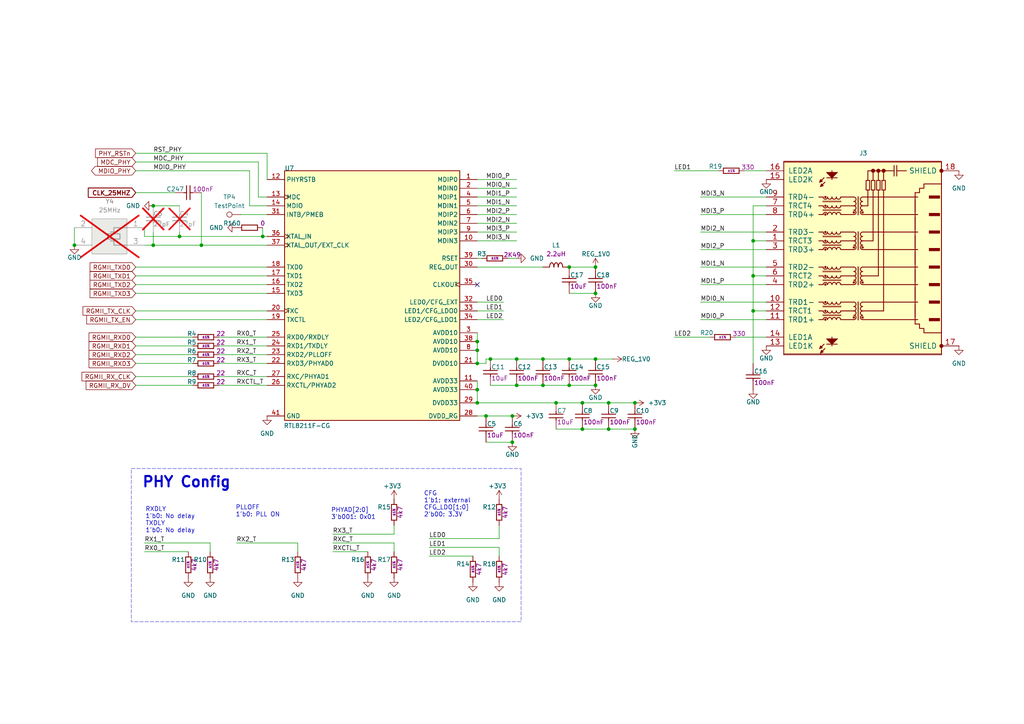
<source format=kicad_sch>
(kicad_sch (version 20250114) (generator "eeschema") (generator_version "9.0")
  (paper "A4")
  (title_block (date "2025-04-18") (rev "${rev}") (company "${name}") (comment 1 "${author}"))
  (bus_alias "RGMII" (members "RX0" "RX1" "RX2" "RX3" "RXC" "RXCTL" "TX0" "TX1" "TX2" "TX3" "TXC" "TXCTL"))
  (rectangle (start 38.1 135.89) (end 151.13 180.34) (stroke (width 0.1) (type dash)))
  (text "PLLOFF\n1'b0: PLL ON" (at 68.326 148.336 0) (effects (font (size 1.27 1.27)) (justify left)))
  (text "PHY Config" (at 54.102 139.954 0) (effects (font (size 3 3) (thickness 0.6) (bold yes))))
  (text "CFG\n1'b1: external\nCFG_LDO[1:0]\n2'b00: 3.3V" (at 122.936 146.304 0) (effects (font (size 1.27 1.27)) (justify left)))
  (text "RXDLY\n1'b0: No delay\nTXDLY\n1'b0: No delay" (at 42.164 150.876 0) (effects (font (size 1.27 1.27)) (justify left)))
  (text "PHYAD[2:0]\n3'b001: 0x01" (at 96.012 149.098 0) (effects (font (size 1.27 1.27)) (justify left)))
  (junction (at 165.1 104.14))
  (junction (at 21.59 71.12))
  (junction (at 157.48 111.76))
  (junction (at 218.44 69.85))
  (junction (at 76.2 68.58))
  (junction (at 168.91 124.46))
  (junction (at 138.43 116.84))
  (junction (at 58.42 71.12))
  (junction (at 172.72 111.76))
  (junction (at 218.44 80.01))
  (junction (at 184.15 124.46))
  (junction (at 184.15 116.84))
  (junction (at 165.1 111.76))
  (junction (at 172.72 104.14))
  (junction (at 172.72 77.47))
  (junction (at 148.59 120.65))
  (junction (at 165.1 77.47))
  (junction (at 138.43 99.06))
  (junction (at 138.43 101.6))
  (junction (at 142.24 104.14))
  (junction (at 218.44 90.17))
  (junction (at 149.86 111.76))
  (junction (at 176.53 116.84))
  (junction (at 52.07 68.58))
  (junction (at 148.59 128.27))
  (junction (at 44.45 59.69))
  (junction (at 168.91 116.84))
  (junction (at 176.53 124.46))
  (junction (at 172.72 85.09))
  (junction (at 138.43 105.41))
  (junction (at 149.86 104.14))
  (junction (at 157.48 104.14))
  (junction (at 44.45 71.12))
  (junction (at 161.29 116.84))
  (junction (at 138.43 113.03))
  (junction (at 140.97 120.65))
  (no_connect (at 138.43 82.55))
  (wire (pts (xy 39.37 44.45) (xy 77.47 44.45)))
  (wire (pts (xy 218.44 80.01) (xy 218.44 90.17)))
  (wire (pts (xy 124.46 158.75) (xy 144.78 158.75)))
  (wire (pts (xy 218.44 69.85) (xy 218.44 80.01)))
  (wire (pts (xy 63.5 105.41) (xy 77.47 105.41)))
  (wire (pts (xy 203.2 77.47) (xy 222.25 77.47)))
  (wire (pts (xy 138.43 101.6) (xy 138.43 105.41)))
  (wire (pts (xy 168.91 124.46) (xy 161.29 124.46)))
  (wire (pts (xy 161.29 116.84) (xy 168.91 116.84)))
  (wire (pts (xy 203.2 82.55) (xy 222.25 82.55)))
  (wire (pts (xy 218.44 80.01) (xy 222.25 80.01)))
  (wire (pts (xy 74.93 57.15) (xy 74.93 46.99)))
  (wire (pts (xy 203.2 67.31) (xy 222.25 67.31)))
  (wire (pts (xy 149.86 111.76) (xy 157.48 111.76)))
  (wire (pts (xy 138.43 99.06) (xy 138.43 101.6)))
  (wire (pts (xy 96.52 157.48) (xy 114.3 157.48)))
  (wire (pts (xy 138.43 110.49) (xy 138.43 113.03)))
  (wire (pts (xy 138.43 74.93) (xy 139.7 74.93)))
  (wire (pts (xy 218.44 90.17) (xy 218.44 105.41)))
  (wire (pts (xy 138.43 52.07) (xy 149.86 52.07)))
  (wire (pts (xy 138.43 113.03) (xy 138.43 116.84)))
  (wire (pts (xy 218.44 90.17) (xy 222.25 90.17)))
  (wire (pts (xy 203.2 87.63) (xy 222.25 87.63)))
  (wire (pts (xy 39.37 92.71) (xy 77.47 92.71)))
  (wire (pts (xy 44.45 59.69) (xy 52.07 59.69)))
  (wire (pts (xy 124.46 156.21) (xy 144.78 156.21)))
  (wire (pts (xy 41.91 160.02) (xy 54.61 160.02)))
  (wire (pts (xy 39.37 46.99) (xy 74.93 46.99)))
  (wire (pts (xy 138.43 120.65) (xy 140.97 120.65)))
  (wire (pts (xy 39.37 55.88) (xy 50.8 55.88)))
  (wire (pts (xy 77.47 57.15) (xy 74.93 57.15)))
  (wire (pts (xy 168.91 124.46) (xy 176.53 124.46)))
  (wire (pts (xy 148.59 128.27) (xy 140.97 128.27)))
  (wire (pts (xy 39.37 102.87) (xy 55.88 102.87)))
  (wire (pts (xy 140.97 104.14) (xy 140.97 105.41)))
  (wire (pts (xy 63.5 100.33) (xy 77.47 100.33)))
  (wire (pts (xy 138.43 54.61) (xy 149.86 54.61)))
  (wire (pts (xy 138.43 59.69) (xy 149.86 59.69)))
  (wire (pts (xy 215.9 49.53) (xy 222.25 49.53)))
  (wire (pts (xy 77.47 68.58) (xy 76.2 68.58)))
  (wire (pts (xy 52.07 67.31) (xy 52.07 68.58)))
  (wire (pts (xy 41.91 71.12) (xy 44.45 71.12)))
  (wire (pts (xy 149.86 104.14) (xy 157.48 104.14)))
  (wire (pts (xy 203.2 62.23) (xy 222.25 62.23)))
  (wire (pts (xy 138.43 96.52) (xy 138.43 99.06)))
  (wire (pts (xy 157.48 111.76) (xy 165.1 111.76)))
  (wire (pts (xy 157.48 104.14) (xy 165.1 104.14)))
  (wire (pts (xy 96.52 154.94) (xy 114.3 154.94)))
  (wire (pts (xy 144.78 158.75) (xy 144.78 161.29)))
  (wire (pts (xy 138.43 64.77) (xy 149.86 64.77)))
  (wire (pts (xy 76.2 68.58) (xy 52.07 68.58)))
  (wire (pts (xy 72.39 59.69) (xy 72.39 49.53)))
  (wire (pts (xy 165.1 77.47) (xy 172.72 77.47)))
  (wire (pts (xy 147.32 74.93) (xy 149.86 74.93)))
  (wire (pts (xy 172.72 85.09) (xy 165.1 85.09)))
  (wire (pts (xy 124.46 161.29) (xy 137.16 161.29)))
  (wire (pts (xy 165.1 104.14) (xy 172.72 104.14)))
  (wire (pts (xy 203.2 57.15) (xy 222.25 57.15)))
  (wire (pts (xy 58.42 55.88) (xy 58.42 71.12)))
  (wire (pts (xy 114.3 154.94) (xy 114.3 152.4)))
  (wire (pts (xy 138.43 62.23) (xy 149.86 62.23)))
  (wire (pts (xy 21.59 66.04) (xy 21.59 71.12)))
  (wire (pts (xy 138.43 67.31) (xy 149.86 67.31)))
  (wire (pts (xy 60.96 157.48) (xy 60.96 160.02)))
  (wire (pts (xy 195.58 97.79) (xy 205.74 97.79)))
  (wire (pts (xy 77.47 52.07) (xy 77.47 44.45)))
  (wire (pts (xy 39.37 90.17) (xy 77.47 90.17)))
  (wire (pts (xy 176.53 116.84) (xy 184.15 116.84)))
  (wire (pts (xy 41.91 157.48) (xy 60.96 157.48)))
  (wire (pts (xy 222.25 59.69) (xy 218.44 59.69)))
  (wire (pts (xy 39.37 105.41) (xy 55.88 105.41)))
  (wire (pts (xy 44.45 71.12) (xy 58.42 71.12)))
  (wire (pts (xy 172.72 104.14) (xy 177.8 104.14)))
  (wire (pts (xy 63.5 102.87) (xy 77.47 102.87)))
  (wire (pts (xy 213.36 97.79) (xy 222.25 97.79)))
  (wire (pts (xy 63.5 111.76) (xy 77.47 111.76)))
  (wire (pts (xy 138.43 57.15) (xy 149.86 57.15)))
  (wire (pts (xy 203.2 92.71) (xy 222.25 92.71)))
  (wire (pts (xy 168.91 116.84) (xy 176.53 116.84)))
  (wire (pts (xy 39.37 109.22) (xy 55.88 109.22)))
  (wire (pts (xy 138.43 92.71) (xy 146.05 92.71)))
  (wire (pts (xy 140.97 105.41) (xy 138.43 105.41)))
  (wire (pts (xy 138.43 77.47) (xy 157.48 77.47)))
  (wire (pts (xy 39.37 85.09) (xy 77.47 85.09)))
  (wire (pts (xy 41.91 68.58) (xy 41.91 66.04)))
  (wire (pts (xy 39.37 49.53) (xy 72.39 49.53)))
  (wire (pts (xy 142.24 104.14) (xy 149.86 104.14)))
  (wire (pts (xy 140.97 104.14) (xy 142.24 104.14)))
  (wire (pts (xy 86.36 157.48) (xy 86.36 160.02)))
  (wire (pts (xy 138.43 69.85) (xy 149.86 69.85)))
  (wire (pts (xy 140.97 120.65) (xy 148.59 120.65)))
  (wire (pts (xy 39.37 80.01) (xy 77.47 80.01)))
  (wire (pts (xy 195.58 49.53) (xy 208.28 49.53)))
  (wire (pts (xy 39.37 100.33) (xy 55.88 100.33)))
  (wire (pts (xy 138.43 116.84) (xy 161.29 116.84)))
  (wire (pts (xy 69.85 62.23) (xy 77.47 62.23)))
  (wire (pts (xy 142.24 111.76) (xy 149.86 111.76)))
  (wire (pts (xy 218.44 69.85) (xy 222.25 69.85)))
  (wire (pts (xy 39.37 111.76) (xy 55.88 111.76)))
  (wire (pts (xy 76.2 66.04) (xy 76.2 68.58)))
  (wire (pts (xy 63.5 97.79) (xy 77.47 97.79)))
  (wire (pts (xy 77.47 59.69) (xy 72.39 59.69)))
  (wire (pts (xy 138.43 87.63) (xy 146.05 87.63)))
  (wire (pts (xy 176.53 124.46) (xy 184.15 124.46)))
  (wire (pts (xy 39.37 77.47) (xy 77.47 77.47)))
  (wire (pts (xy 44.45 67.31) (xy 44.45 71.12)))
  (wire (pts (xy 114.3 157.48) (xy 114.3 160.02)))
  (wire (pts (xy 63.5 109.22) (xy 77.47 109.22)))
  (wire (pts (xy 218.44 59.69) (xy 218.44 69.85)))
  (wire (pts (xy 165.1 111.76) (xy 172.72 111.76)))
  (wire (pts (xy 52.07 68.58) (xy 41.91 68.58)))
  (wire (pts (xy 138.43 90.17) (xy 146.05 90.17)))
  (wire (pts (xy 144.78 156.21) (xy 144.78 152.4)))
  (wire (pts (xy 58.42 71.12) (xy 77.47 71.12)))
  (wire (pts (xy 68.58 157.48) (xy 86.36 157.48)))
  (wire (pts (xy 203.2 72.39) (xy 222.25 72.39)))
  (wire (pts (xy 96.52 160.02) (xy 106.68 160.02)))
  (wire (pts (xy 39.37 97.79) (xy 55.88 97.79)))
  (wire (pts (xy 39.37 82.55) (xy 77.47 82.55)))
  (label "MDI0_N" (at 140.97 54.61 0))
  (label "MDC_PHY" (at 44.45 46.99 0))
  (label "MDI2_N" (at 203.2 67.31 0))
  (label "LED0" (at 124.46 156.21 0))
  (label "MDI2_P" (at 140.97 62.23 0))
  (label "RXC_T" (at 68.58 109.22 0))
  (label "LED1" (at 140.97 90.17 0))
  (label "MDI2_P" (at 203.2 72.39 0))
  (label "MDI3_P" (at 140.97 67.31 0))
  (label "RXCTL_T" (at 68.58 111.76 0))
  (label "LED2" (at 124.46 161.29 0))
  (label "LED0" (at 140.97 87.63 0))
  (label "MDI1_N" (at 140.97 59.69 0))
  (label "RST_PHY" (at 44.45 44.45 0))
  (label "MDI0_P" (at 140.97 52.07 0))
  (label "LED2" (at 195.58 97.79 0))
  (label "MDI1_P" (at 140.97 57.15 0))
  (label "LED1" (at 124.46 158.75 0))
  (label "MDIO_PHY" (at 44.45 49.53 0))
  (label "MDI1_N" (at 203.2 77.47 0))
  (label "RX2_T" (at 68.58 102.87 0))
  (label "RX1_T" (at 41.91 157.48 0))
  (label "MDI0_P" (at 203.2 92.71 0))
  (label "MDI3_P" (at 203.2 62.23 0))
  (label "MDI2_N" (at 140.97 64.77 0))
  (label "RXCTL_T" (at 96.52 160.02 0))
  (label "RX2_T" (at 68.58 157.48 0))
  (label "RX0_T" (at 68.58 97.79 0))
  (label "LED2" (at 140.97 92.71 0))
  (label "MDI1_P" (at 203.2 82.55 0))
  (label "MDI3_N" (at 140.97 69.85 0))
  (label "RX0_T" (at 41.91 160.02 0))
  (label "LED1" (at 195.58 49.53 0))
  (label "RXC_T" (at 96.52 157.48 0))
  (label "RX3_T" (at 96.52 154.94 0))
  (label "RX1_T" (at 68.58 100.33 0))
  (label "RX3_T" (at 68.58 105.41 0))
  (label "MDI0_N" (at 203.2 87.63 0))
  (label "MDI3_N" (at 203.2 57.15 0))
  (global_label "RGMII_TXD2" (shape input) (at 39.37 82.55 180) (effects (font (thickness 0.1588))) (property "Intersheetrefs" "${INTERSHEET_REFS}" (effects (hide yes))))
  (global_label "RGMII_TXD3" (shape input) (at 39.37 85.09 180) (effects (font (thickness 0.1588))) (property "Intersheetrefs" "${INTERSHEET_REFS}" (effects (hide yes))))
  (global_label "RGMII_RXD2" (shape input) (at 39.37 102.87 180) (effects (font (thickness 0.1588))) (property "Intersheetrefs" "${INTERSHEET_REFS}" (effects (hide yes))))
  (global_label "RGMII_RXD0" (shape input) (at 39.37 97.79 180) (effects (font (thickness 0.1588))) (property "Intersheetrefs" "${INTERSHEET_REFS}" (effects (hide yes))))
  (global_label "RGMII_RX_CLK" (shape input) (at 39.37 109.22 180) (effects (font (thickness 0.1588))) (property "Intersheetrefs" "${INTERSHEET_REFS}" (effects (hide yes))))
  (global_label "PHY_RSTn" (shape input) (at 39.37 44.45 180) (effects (font (thickness 0.1588))) (property "Intersheetrefs" "${INTERSHEET_REFS}" (effects (hide yes))))
  (global_label "RGMII_RXD1" (shape input) (at 39.37 100.33 180) (effects (font (thickness 0.1588))) (property "Intersheetrefs" "${INTERSHEET_REFS}" (effects (hide yes))))
  (global_label "RGMII_TXD1" (shape input) (at 39.37 80.01 180) (effects (font (thickness 0.1588))) (property "Intersheetrefs" "${INTERSHEET_REFS}" (effects (hide yes))))
  (global_label "MDIO_PHY" (shape bidirectional) (at 39.37 49.53 180) (property "Intersheetrefs" "${INTERSHEET_REFS}" (effects (hide yes))))
  (global_label "CLK_25MHZ" (shape input) (at 39.37 55.88 180) (effects (font (thickness 0.254) (bold yes))) (property "Intersheetrefs" "${INTERSHEET_REFS}" (effects (hide yes))))
  (global_label "RGMII_RXD3" (shape input) (at 39.37 105.41 180) (effects (font (thickness 0.1588))) (property "Intersheetrefs" "${INTERSHEET_REFS}" (effects (hide yes))))
  (global_label "RGMII_RX_DV" (shape input) (at 39.37 111.76 180) (effects (font (thickness 0.1588))) (property "Intersheetrefs" "${INTERSHEET_REFS}" (effects (hide yes))))
  (global_label "RGMII_TX_EN" (shape input) (at 39.37 92.71 180) (effects (font (thickness 0.1588))) (property "Intersheetrefs" "${INTERSHEET_REFS}" (effects (hide yes))))
  (global_label "MDC_PHY" (shape input) (at 39.37 46.99 180) (property "Intersheetrefs" "${INTERSHEET_REFS}" (effects (hide yes))))
  (global_label "RGMII_TXD0" (shape input) (at 39.37 77.47 180) (effects (font (thickness 0.1588))) (property "Intersheetrefs" "${INTERSHEET_REFS}" (effects (hide yes))))
  (global_label "RGMII_TX_CLK" (shape input) (at 39.37 90.17 180) (effects (font (thickness 0.1588))) (property "Intersheetrefs" "${INTERSHEET_REFS}" (effects (hide yes))))
  (symbol (lib_id "power:GND") (at 114.3 167.64 0) (unit 1)
    (property "Reference" "#PWR029" (effects (hide yes)))
    (property "Value" "GND" (at 114.3 172.72 0))
    (property "Description" "Power symbol creates a global label with name \"GND\" , ground" (effects (hide yes)))
  )
  (symbol (lib_id "power:GND") (at 54.61 167.64 0) (unit 1)
    (property "Reference" "#PWR022" (effects (hide yes)))
    (property "Value" "GND" (at 54.61 172.72 0))
    (property "Description" "Power symbol creates a global label with name \"GND\" , ground" (effects (hide yes)))
  )
  (symbol (lib_id "power:GND") (at 278.13 49.53 0) (unit 1)
    (property "Reference" "#PWR012" (effects (hide yes)))
    (property "Value" "GND" (at 278.13 54.61 0))
    (property "Description" "Power symbol creates a global label with name \"GND\" , ground" (effects (hide yes)))
  )
  (symbol (lib_id "power:GND") (at 218.44 113.03 0) (unit 1)
    (property "Reference" "#PWR019" (effects (hide yes)))
    (property "Value" "GND" (at 218.44 116.586 0))
    (property "Description" "Power symbol creates a global label with name \"GND\" , ground" (effects (hide yes)))
  )
  (symbol (lib_id "Capacitors SMD:CC0402_100NF_50V_10%_X7R") (at 148.59 128.27 90) (unit 1)
    (property "Reference" "C6" (at 148.844 122.936 90) (effects (justify right)))
    (property "Value" "CC0402_100NF_50V_10%_X7R" (effects (hide yes)))
    (property "Footprint" "Capacitors SMD:CAPC1005X55N" (effects (hide yes)))
    (property "Datasheet" "\\\\cern.ch\\dfs\\Applications\\Altium\\Datasheets\\CC0402_MURATA_GRM155R71H104KE14D.pdf" (effects (hide yes)))
    (property "Description" "SMD Multilayer Chip Ceramic Capacitor" (effects (hide yes)))
    (property "Val" "100nF" (at 148.844 126.238 90) (effects (justify right)))
    (property "Part Number" "CC0402_100NF_50V_10%_X7R" (effects (hide yes)))
    (property "Library Ref" "Capacitor - non polarized" (effects (hide yes)))
    (property "Library Path" "SchLib\\Capacitors.SchLib" (effects (hide yes)))
    (property "Comment" "100nF" (effects (hide yes)))
    (property "Component Kind" "Standard" (effects (hide yes)))
    (property "Component Type" "Standard" (effects (hide yes)))
    (property "Pin Count" "2" (effects (hide yes)))
    (property "Footprint Path" "PcbLib\\Capacitors SMD.PcbLib" (effects (hide yes)))
    (property "Footprint Ref" "CAPC1005X55N" (effects (hide yes)))
    (property "PackageDescription" " " (effects (hide yes)))
    (property "Status" "None" (effects (hide yes)))
    (property "Status Comment" " " (effects (hide yes)))
    (property "Voltage" "50V" (effects (hide yes)))
    (property "TC" "X7R" (effects (hide yes)))
    (property "Tolerance" "±10%" (effects (hide yes)))
    (property "Part Description" "SMD Multilayer Chip Ceramic Capacitor" (effects (hide yes)))
    (property "Manufacturer" "GENERIC" (effects (hide yes)))
    (property "Manufacturer Part Number" "CC0402_100NF_50V_10%_X7R" (effects (hide yes)))
    (property "Case" "0402" (effects (hide yes)))
    (property "Mounted" "Yes" (effects (hide yes)))
    (property "Socket" "No" (effects (hide yes)))
    (property "SMD" "Yes" (effects (hide yes)))
    (property "PressFit" " " (effects (hide yes)))
    (property "Sense" "No" (effects (hide yes)))
    (property "Sense Comment" " " (effects (hide yes)))
    (property "ComponentHeight" " " (effects (hide yes)))
    (property "Manufacturer1 Example" "MURATA" (effects (hide yes)))
    (property "Manufacturer1 Part Number" "GRM155R71H104KE14D" (effects (hide yes)))
    (property "Manufacturer1 ComponentHeight" "0.55mm" (effects (hide yes)))
    (property "HelpURL" "\\\\cern.ch\\dfs\\Applications\\Altium\\Datasheets\\CC0402_MURATA_GRM155R71H104KE14D.pdf" (effects (hide yes)))
    (property "Author" "CERN DEM MR" (effects (hide yes)))
    (property "CreateDate" "06/30/17 00:00:00" (effects (hide yes)))
    (property "LatestRevisionDate" "06/30/17 00:00:00" (effects (hide yes)))
    (property "Database Table Name" "Capacitors" (effects (hide yes)))
    (property "Library Name" "Capacitors SMD" (effects (hide yes)))
    (property "Footprint Library" "Capacitors SMD" (effects (hide yes)))
    (property "License" "CC-BY-SA 4.0" (effects (hide yes)))
  )
  (symbol (lib_id "Capacitors SMD:CC0402_100NF_50V_10%_X7R") (at 168.91 124.46 90) (unit 1)
    (property "Reference" "C8" (at 169.164 119.126 90) (effects (justify right)))
    (property "Value" "CC0402_100NF_50V_10%_X7R" (effects (hide yes)))
    (property "Footprint" "Capacitors SMD:CAPC1005X55N" (effects (hide yes)))
    (property "Datasheet" "\\\\cern.ch\\dfs\\Applications\\Altium\\Datasheets\\CC0402_MURATA_GRM155R71H104KE14D.pdf" (effects (hide yes)))
    (property "Description" "SMD Multilayer Chip Ceramic Capacitor" (effects (hide yes)))
    (property "Val" "100nF" (at 169.164 122.428 90) (effects (justify right)))
    (property "Part Number" "CC0402_100NF_50V_10%_X7R" (effects (hide yes)))
    (property "Library Ref" "Capacitor - non polarized" (effects (hide yes)))
    (property "Library Path" "SchLib\\Capacitors.SchLib" (effects (hide yes)))
    (property "Comment" "100nF" (effects (hide yes)))
    (property "Component Kind" "Standard" (effects (hide yes)))
    (property "Component Type" "Standard" (effects (hide yes)))
    (property "Pin Count" "2" (effects (hide yes)))
    (property "Footprint Path" "PcbLib\\Capacitors SMD.PcbLib" (effects (hide yes)))
    (property "Footprint Ref" "CAPC1005X55N" (effects (hide yes)))
    (property "PackageDescription" " " (effects (hide yes)))
    (property "Status" "None" (effects (hide yes)))
    (property "Status Comment" " " (effects (hide yes)))
    (property "Voltage" "50V" (effects (hide yes)))
    (property "TC" "X7R" (effects (hide yes)))
    (property "Tolerance" "±10%" (effects (hide yes)))
    (property "Part Description" "SMD Multilayer Chip Ceramic Capacitor" (effects (hide yes)))
    (property "Manufacturer" "GENERIC" (effects (hide yes)))
    (property "Manufacturer Part Number" "CC0402_100NF_50V_10%_X7R" (effects (hide yes)))
    (property "Case" "0402" (effects (hide yes)))
    (property "Mounted" "Yes" (effects (hide yes)))
    (property "Socket" "No" (effects (hide yes)))
    (property "SMD" "Yes" (effects (hide yes)))
    (property "PressFit" " " (effects (hide yes)))
    (property "Sense" "No" (effects (hide yes)))
    (property "Sense Comment" " " (effects (hide yes)))
    (property "ComponentHeight" " " (effects (hide yes)))
    (property "Manufacturer1 Example" "MURATA" (effects (hide yes)))
    (property "Manufacturer1 Part Number" "GRM155R71H104KE14D" (effects (hide yes)))
    (property "Manufacturer1 ComponentHeight" "0.55mm" (effects (hide yes)))
    (property "HelpURL" "\\\\cern.ch\\dfs\\Applications\\Altium\\Datasheets\\CC0402_MURATA_GRM155R71H104KE14D.pdf" (effects (hide yes)))
    (property "Author" "CERN DEM MR" (effects (hide yes)))
    (property "CreateDate" "06/30/17 00:00:00" (effects (hide yes)))
    (property "LatestRevisionDate" "06/30/17 00:00:00" (effects (hide yes)))
    (property "Database Table Name" "Capacitors" (effects (hide yes)))
    (property "Library Name" "Capacitors SMD" (effects (hide yes)))
    (property "Footprint Library" "Capacitors SMD" (effects (hide yes)))
    (property "License" "CC-BY-SA 4.0" (effects (hide yes)))
  )
  (symbol (lib_id "Resistors SMD:R0402_4K7_1%_0.0625W_100PPM") (at 144.78 168.91 90) (unit 1)
    (property "Reference" "R18" (at 139.954 163.576 90) (effects (justify right)))
    (property "Value" "R0402_4K7_1%_0.0625W_100PPM" (effects (hide yes)))
    (property "Footprint" "Resistors SMD:RESC1005X40N" (effects (hide yes)))
    (property "Datasheet" "\\\\cern.ch\\dfs\\Applications\\Altium\\Datasheets\\R0402_Phycomp_RC0402.pdf" (effects (hide yes)))
    (property "Description" "General Purpose Thick Film Chip Resistor" (effects (hide yes)))
    (property "Tolerance" "±1%" (at 144.78 165.1 0) (effects (font (size 0.635 0.635))))
    (property "Val" "4k7" (at 146.558 165.1 0))
    (property "Part Number" "R0402_4K7_1%_0.0625W_100PPM" (effects (hide yes)))
    (property "Library Ref" "Resistor - 1%" (effects (hide yes)))
    (property "Library Path" "SchLib\\Resistors.SchLib" (effects (hide yes)))
    (property "Comment" "4k7" (effects (hide yes)))
    (property "Component Kind" "Standard" (effects (hide yes)))
    (property "Component Type" "Standard" (effects (hide yes)))
    (property "PackageDescription" " " (effects (hide yes)))
    (property "Pin Count" "2" (effects (hide yes)))
    (property "Footprint Path" "PcbLib\\Resistors SMD.PcbLib" (effects (hide yes)))
    (property "Footprint Ref" "RESC1005X40N" (effects (hide yes)))
    (property "Status" "Not Recommended" (effects (hide yes)))
    (property "Power" "0.0625W" (effects (hide yes)))
    (property "TC" "±100ppm/°C" (effects (hide yes)))
    (property "Voltage" " " (effects (hide yes)))
    (property "Part Description" "General Purpose Thick Film Chip Resistor" (effects (hide yes)))
    (property "Manufacturer" "GENERIC" (effects (hide yes)))
    (property "Manufacturer Part Number" "R0402_4K7_1%_0.0625W_100PPM" (effects (hide yes)))
    (property "Case" "0402" (effects (hide yes)))
    (property "PressFit" "No" (effects (hide yes)))
    (property "Mounted" "Yes" (effects (hide yes)))
    (property "Sense Comment" " " (effects (hide yes)))
    (property "Sense" "No" (effects (hide yes)))
    (property "Status Comment" " " (effects (hide yes)))
    (property "Socket" "No" (effects (hide yes)))
    (property "SMD" "Yes" (effects (hide yes)))
    (property "ComponentHeight" " " (effects (hide yes)))
    (property "Manufacturer1 Example" "YAGEO PHYCOMP" (effects (hide yes)))
    (property "Manufacturer1 Part Number" "232270674702L" (effects (hide yes)))
    (property "Manufacturer1 ComponentHeight" "0.4mm" (effects (hide yes)))
    (property "HelpURL" "\\\\cern.ch\\dfs\\Applications\\Altium\\Datasheets\\R0402_Phycomp_RC0402.pdf" (effects (hide yes)))
    (property "Author" "CERN DEM JLC" (effects (hide yes)))
    (property "CreateDate" "12/03/07 00:00:00" (effects (hide yes)))
    (property "LatestRevisionDate" "10/17/12 00:00:00" (effects (hide yes)))
    (property "Database Table Name" "Resistors" (effects (hide yes)))
    (property "Library Name" "Resistors SMD" (effects (hide yes)))
    (property "Footprint Library" "Resistors SMD" (effects (hide yes)))
    (property "License" "CC-BY-SA 4.0" (effects (hide yes)))
  )
  (symbol (lib_id "Resistors SMD:R0402_4K7_1%_0.0625W_100PPM") (at 106.68 167.64 90) (unit 1)
    (property "Reference" "R16" (at 101.854 162.306 90) (effects (justify right)))
    (property "Value" "R0402_4K7_1%_0.0625W_100PPM" (effects (hide yes)))
    (property "Footprint" "Resistors SMD:RESC1005X40N" (effects (hide yes)))
    (property "Datasheet" "\\\\cern.ch\\dfs\\Applications\\Altium\\Datasheets\\R0402_Phycomp_RC0402.pdf" (effects (hide yes)))
    (property "Description" "General Purpose Thick Film Chip Resistor" (effects (hide yes)))
    (property "Tolerance" "±1%" (at 106.68 163.83 0) (effects (font (size 0.635 0.635))))
    (property "Val" "4k7" (at 108.458 163.83 0))
    (property "Part Number" "R0402_4K7_1%_0.0625W_100PPM" (effects (hide yes)))
    (property "Library Ref" "Resistor - 1%" (effects (hide yes)))
    (property "Library Path" "SchLib\\Resistors.SchLib" (effects (hide yes)))
    (property "Comment" "4k7" (effects (hide yes)))
    (property "Component Kind" "Standard" (effects (hide yes)))
    (property "Component Type" "Standard" (effects (hide yes)))
    (property "PackageDescription" " " (effects (hide yes)))
    (property "Pin Count" "2" (effects (hide yes)))
    (property "Footprint Path" "PcbLib\\Resistors SMD.PcbLib" (effects (hide yes)))
    (property "Footprint Ref" "RESC1005X40N" (effects (hide yes)))
    (property "Status" "Not Recommended" (effects (hide yes)))
    (property "Power" "0.0625W" (effects (hide yes)))
    (property "TC" "±100ppm/°C" (effects (hide yes)))
    (property "Voltage" " " (effects (hide yes)))
    (property "Part Description" "General Purpose Thick Film Chip Resistor" (effects (hide yes)))
    (property "Manufacturer" "GENERIC" (effects (hide yes)))
    (property "Manufacturer Part Number" "R0402_4K7_1%_0.0625W_100PPM" (effects (hide yes)))
    (property "Case" "0402" (effects (hide yes)))
    (property "PressFit" "No" (effects (hide yes)))
    (property "Mounted" "Yes" (effects (hide yes)))
    (property "Sense Comment" " " (effects (hide yes)))
    (property "Sense" "No" (effects (hide yes)))
    (property "Status Comment" " " (effects (hide yes)))
    (property "Socket" "No" (effects (hide yes)))
    (property "SMD" "Yes" (effects (hide yes)))
    (property "ComponentHeight" " " (effects (hide yes)))
    (property "Manufacturer1 Example" "YAGEO PHYCOMP" (effects (hide yes)))
    (property "Manufacturer1 Part Number" "232270674702L" (effects (hide yes)))
    (property "Manufacturer1 ComponentHeight" "0.4mm" (effects (hide yes)))
    (property "HelpURL" "\\\\cern.ch\\dfs\\Applications\\Altium\\Datasheets\\R0402_Phycomp_RC0402.pdf" (effects (hide yes)))
    (property "Author" "CERN DEM JLC" (effects (hide yes)))
    (property "CreateDate" "12/03/07 00:00:00" (effects (hide yes)))
    (property "LatestRevisionDate" "10/17/12 00:00:00" (effects (hide yes)))
    (property "Database Table Name" "Resistors" (effects (hide yes)))
    (property "Library Name" "Resistors SMD" (effects (hide yes)))
    (property "Footprint Library" "Resistors SMD" (effects (hide yes)))
    (property "License" "CC-BY-SA 4.0" (effects (hide yes)))
  )
  (symbol (lib_id "power:GND") (at 184.15 124.46 0) (unit 1)
    (property "Reference" "#PWR015" (effects (hide yes)))
    (property "Value" "GND" (at 184.15 128.016 90))
    (property "Description" "Power symbol creates a global label with name \"GND\" , ground" (effects (hide yes)))
  )
  (symbol (lib_id "power:+1V0") (at 144.78 144.78 0) (unit 1)
    (property "Reference" "#PWR024" (effects (hide yes)))
    (property "Value" "+3V3" (at 144.272 140.97 0))
    (property "Description" "Power symbol creates a global label with name \"+1V0\"" (effects (hide yes)))
  )
  (symbol (lib_id "Resistors SMD:R0402_22R_1%_0.0625W_100PPM") (at 55.88 111.76 0) (unit 1)
    (property "Reference" "R9" (at 55.626 110.744 0))
    (property "Value" "R0402_22R_1%_0.0625W_100PPM" (effects (hide yes)))
    (property "Footprint" "Resistors SMD:RESC1005X40N" (effects (hide yes)))
    (property "Datasheet" "\\\\cern.ch\\dfs\\Applications\\Altium\\Datasheets\\R0402_Phycomp_RC0402.pdf" (effects (hide yes)))
    (property "Description" "General Purpose Thick Film Chip Resistor" (effects (hide yes)))
    (property "Tolerance" "±1%" (at 59.69 111.76 0) (effects (font (size 0.635 0.635))))
    (property "Val" "22" (at 64.008 110.744 0))
    (property "Part Number" "R0402_22R_1%_0.0625W_100PPM" (effects (hide yes)))
    (property "Library Ref" "Resistor - 1%" (effects (hide yes)))
    (property "Library Path" "SchLib\\Resistors.SchLib" (effects (hide yes)))
    (property "Comment" "22" (effects (hide yes)))
    (property "Component Kind" "Standard" (effects (hide yes)))
    (property "Component Type" "Standard" (effects (hide yes)))
    (property "PackageDescription" " " (effects (hide yes)))
    (property "Pin Count" "2" (effects (hide yes)))
    (property "Footprint Path" "PcbLib\\Resistors SMD.PcbLib" (effects (hide yes)))
    (property "Footprint Ref" "RESC1005X40N" (effects (hide yes)))
    (property "Status" "Not Recommended" (effects (hide yes)))
    (property "Power" "0.0625W" (effects (hide yes)))
    (property "TC" "±100ppm/°C" (effects (hide yes)))
    (property "Voltage" " " (effects (hide yes)))
    (property "Part Description" "General Purpose Thick Film Chip Resistor" (effects (hide yes)))
    (property "Manufacturer" "GENERIC" (effects (hide yes)))
    (property "Manufacturer Part Number" "R0402_22R_1%_0.0625W_100PPM" (effects (hide yes)))
    (property "Case" "0402" (effects (hide yes)))
    (property "PressFit" "No" (effects (hide yes)))
    (property "Mounted" "Yes" (effects (hide yes)))
    (property "Sense Comment" " " (effects (hide yes)))
    (property "Sense" "No" (effects (hide yes)))
    (property "Status Comment" " " (effects (hide yes)))
    (property "Socket" "No" (effects (hide yes)))
    (property "SMD" "Yes" (effects (hide yes)))
    (property "ComponentHeight" " " (effects (hide yes)))
    (property "Manufacturer1 Example" "YAGEO PHYCOMP" (effects (hide yes)))
    (property "Manufacturer1 Part Number" "232270672209L" (effects (hide yes)))
    (property "Manufacturer1 ComponentHeight" "0.4mm" (effects (hide yes)))
    (property "HelpURL" "\\\\cern.ch\\dfs\\Applications\\Altium\\Datasheets\\R0402_Phycomp_RC0402.pdf" (effects (hide yes)))
    (property "Author" "CERN DEM JLC" (effects (hide yes)))
    (property "CreateDate" "12/03/07 00:00:00" (effects (hide yes)))
    (property "LatestRevisionDate" "10/17/12 00:00:00" (effects (hide yes)))
    (property "Database Table Name" "Resistors" (effects (hide yes)))
    (property "Library Name" "Resistors SMD" (effects (hide yes)))
    (property "Footprint Library" "Resistors SMD" (effects (hide yes)))
    (property "License" "CC-BY-SA 4.0" (effects (hide yes)))
  )
  (symbol (lib_id "Connector:TestPoint") (at 69.85 62.23 90) (unit 1)
    (property "Reference" "TP4" (at 66.548 57.15 90))
    (property "Value" "TestPoint" (at 66.548 59.69 90))
    (property "Footprint" "TestPoint:TestPoint_Pad_D1.5mm" (effects (hide yes)))
    (property "Description" "test point" (effects (hide yes)))
  )
  (symbol (lib_id "Capacitors SMD:CC0402_100NF_50V_10%_X7R") (at 149.86 111.76 90) (unit 1)
    (property "Reference" "C12" (at 150.114 106.426 90) (effects (justify right)))
    (property "Value" "CC0402_100NF_50V_10%_X7R" (effects (hide yes)))
    (property "Footprint" "Capacitors SMD:CAPC1005X55N" (effects (hide yes)))
    (property "Datasheet" "\\\\cern.ch\\dfs\\Applications\\Altium\\Datasheets\\CC0402_MURATA_GRM155R71H104KE14D.pdf" (effects (hide yes)))
    (property "Description" "SMD Multilayer Chip Ceramic Capacitor" (effects (hide yes)))
    (property "Val" "100nF" (at 150.114 109.728 90) (effects (justify right)))
    (property "Part Number" "CC0402_100NF_50V_10%_X7R" (effects (hide yes)))
    (property "Library Ref" "Capacitor - non polarized" (effects (hide yes)))
    (property "Library Path" "SchLib\\Capacitors.SchLib" (effects (hide yes)))
    (property "Comment" "100nF" (effects (hide yes)))
    (property "Component Kind" "Standard" (effects (hide yes)))
    (property "Component Type" "Standard" (effects (hide yes)))
    (property "Pin Count" "2" (effects (hide yes)))
    (property "Footprint Path" "PcbLib\\Capacitors SMD.PcbLib" (effects (hide yes)))
    (property "Footprint Ref" "CAPC1005X55N" (effects (hide yes)))
    (property "PackageDescription" " " (effects (hide yes)))
    (property "Status" "None" (effects (hide yes)))
    (property "Status Comment" " " (effects (hide yes)))
    (property "Voltage" "50V" (effects (hide yes)))
    (property "TC" "X7R" (effects (hide yes)))
    (property "Tolerance" "±10%" (effects (hide yes)))
    (property "Part Description" "SMD Multilayer Chip Ceramic Capacitor" (effects (hide yes)))
    (property "Manufacturer" "GENERIC" (effects (hide yes)))
    (property "Manufacturer Part Number" "CC0402_100NF_50V_10%_X7R" (effects (hide yes)))
    (property "Case" "0402" (effects (hide yes)))
    (property "Mounted" "Yes" (effects (hide yes)))
    (property "Socket" "No" (effects (hide yes)))
    (property "SMD" "Yes" (effects (hide yes)))
    (property "PressFit" " " (effects (hide yes)))
    (property "Sense" "No" (effects (hide yes)))
    (property "Sense Comment" " " (effects (hide yes)))
    (property "ComponentHeight" " " (effects (hide yes)))
    (property "Manufacturer1 Example" "MURATA" (effects (hide yes)))
    (property "Manufacturer1 Part Number" "GRM155R71H104KE14D" (effects (hide yes)))
    (property "Manufacturer1 ComponentHeight" "0.55mm" (effects (hide yes)))
    (property "HelpURL" "\\\\cern.ch\\dfs\\Applications\\Altium\\Datasheets\\CC0402_MURATA_GRM155R71H104KE14D.pdf" (effects (hide yes)))
    (property "Author" "CERN DEM MR" (effects (hide yes)))
    (property "CreateDate" "06/30/17 00:00:00" (effects (hide yes)))
    (property "LatestRevisionDate" "06/30/17 00:00:00" (effects (hide yes)))
    (property "Database Table Name" "Capacitors" (effects (hide yes)))
    (property "Library Name" "Capacitors SMD" (effects (hide yes)))
    (property "Footprint Library" "Capacitors SMD" (effects (hide yes)))
    (property "License" "CC-BY-SA 4.0" (effects (hide yes)))
  )
  (symbol (lib_id "power:GND") (at 278.13 100.33 0) (unit 1)
    (property "Reference" "#PWR011" (effects (hide yes)))
    (property "Value" "GND" (at 278.13 105.41 0))
    (property "Description" "Power symbol creates a global label with name \"GND\" , ground" (effects (hide yes)))
  )
  (symbol (lib_id "Resistors SMD:R0402_22R_1%_0.0625W_100PPM") (at 55.88 102.87 0) (unit 1)
    (property "Reference" "R6" (at 55.626 101.854 0))
    (property "Value" "R0402_22R_1%_0.0625W_100PPM" (effects (hide yes)))
    (property "Footprint" "Resistors SMD:RESC1005X40N" (effects (hide yes)))
    (property "Datasheet" "\\\\cern.ch\\dfs\\Applications\\Altium\\Datasheets\\R0402_Phycomp_RC0402.pdf" (effects (hide yes)))
    (property "Description" "General Purpose Thick Film Chip Resistor" (effects (hide yes)))
    (property "Tolerance" "±1%" (at 59.69 102.87 0) (effects (font (size 0.635 0.635))))
    (property "Val" "22" (at 64.008 101.854 0))
    (property "Part Number" "R0402_22R_1%_0.0625W_100PPM" (effects (hide yes)))
    (property "Library Ref" "Resistor - 1%" (effects (hide yes)))
    (property "Library Path" "SchLib\\Resistors.SchLib" (effects (hide yes)))
    (property "Comment" "22" (effects (hide yes)))
    (property "Component Kind" "Standard" (effects (hide yes)))
    (property "Component Type" "Standard" (effects (hide yes)))
    (property "PackageDescription" " " (effects (hide yes)))
    (property "Pin Count" "2" (effects (hide yes)))
    (property "Footprint Path" "PcbLib\\Resistors SMD.PcbLib" (effects (hide yes)))
    (property "Footprint Ref" "RESC1005X40N" (effects (hide yes)))
    (property "Status" "Not Recommended" (effects (hide yes)))
    (property "Power" "0.0625W" (effects (hide yes)))
    (property "TC" "±100ppm/°C" (effects (hide yes)))
    (property "Voltage" " " (effects (hide yes)))
    (property "Part Description" "General Purpose Thick Film Chip Resistor" (effects (hide yes)))
    (property "Manufacturer" "GENERIC" (effects (hide yes)))
    (property "Manufacturer Part Number" "R0402_22R_1%_0.0625W_100PPM" (effects (hide yes)))
    (property "Case" "0402" (effects (hide yes)))
    (property "PressFit" "No" (effects (hide yes)))
    (property "Mounted" "Yes" (effects (hide yes)))
    (property "Sense Comment" " " (effects (hide yes)))
    (property "Sense" "No" (effects (hide yes)))
    (property "Status Comment" " " (effects (hide yes)))
    (property "Socket" "No" (effects (hide yes)))
    (property "SMD" "Yes" (effects (hide yes)))
    (property "ComponentHeight" " " (effects (hide yes)))
    (property "Manufacturer1 Example" "YAGEO PHYCOMP" (effects (hide yes)))
    (property "Manufacturer1 Part Number" "232270672209L" (effects (hide yes)))
    (property "Manufacturer1 ComponentHeight" "0.4mm" (effects (hide yes)))
    (property "HelpURL" "\\\\cern.ch\\dfs\\Applications\\Altium\\Datasheets\\R0402_Phycomp_RC0402.pdf" (effects (hide yes)))
    (property "Author" "CERN DEM JLC" (effects (hide yes)))
    (property "CreateDate" "12/03/07 00:00:00" (effects (hide yes)))
    (property "LatestRevisionDate" "10/17/12 00:00:00" (effects (hide yes)))
    (property "Database Table Name" "Resistors" (effects (hide yes)))
    (property "Library Name" "Resistors SMD" (effects (hide yes)))
    (property "Footprint Library" "Resistors SMD" (effects (hide yes)))
    (property "License" "CC-BY-SA 4.0" (effects (hide yes)))
  )
  (symbol (lib_id "Resistors SMD:R0402_2K49_1%_0.063W_100PPM") (at 139.7 74.93 0) (unit 1)
    (property "Reference" "R3" (at 139.7 73.66 0))
    (property "Value" "R0402_2K49_1%_0.063W_100PPM" (effects (hide yes)))
    (property "Footprint" "Resistors SMD:RESC1005X40N" (effects (hide yes)))
    (property "Datasheet" "\\\\cern.ch\\dfs\\Applications\\Altium\\Datasheets\\R0402_VISHAY_CRCW e3.pdf" (effects (hide yes)))
    (property "Description" "General Purpose Thick Film Chip Resistor" (effects (hide yes)))
    (property "Tolerance" "±1%" (at 143.51 74.93 0) (effects (font (size 0.635 0.635))))
    (property "Val" "2K49" (at 148.59 73.914 0))
    (property "Part Number" "R0402_2K49_1%_0.063W_100PPM" (effects (hide yes)))
    (property "Library Ref" "Resistor - 1%" (effects (hide yes)))
    (property "Library Path" "SchLib\\Resistors.SchLib" (effects (hide yes)))
    (property "Comment" "2K49" (effects (hide yes)))
    (property "Component Kind" "Standard" (effects (hide yes)))
    (property "Component Type" "Standard" (effects (hide yes)))
    (property "PackageDescription" " " (effects (hide yes)))
    (property "Pin Count" "2" (effects (hide yes)))
    (property "Footprint Path" "PcbLib\\Resistors SMD.PcbLib" (effects (hide yes)))
    (property "Footprint Ref" "RESC1005X40N" (effects (hide yes)))
    (property "Status" "None" (effects (hide yes)))
    (property "Power" "0.063W" (effects (hide yes)))
    (property "TC" "±100ppm/°C" (effects (hide yes)))
    (property "Voltage" " " (effects (hide yes)))
    (property "Part Description" "General Purpose Thick Film Chip Resistor" (effects (hide yes)))
    (property "Manufacturer" "GENERIC" (effects (hide yes)))
    (property "Manufacturer Part Number" "R0402_2K49_1%_0.063W_100PPM" (effects (hide yes)))
    (property "Case" "0402" (effects (hide yes)))
    (property "PressFit" "No" (effects (hide yes)))
    (property "Mounted" "Yes" (effects (hide yes)))
    (property "Sense Comment" " " (effects (hide yes)))
    (property "Sense" "No" (effects (hide yes)))
    (property "Status Comment" " " (effects (hide yes)))
    (property "Socket" "No" (effects (hide yes)))
    (property "SMD" "Yes" (effects (hide yes)))
    (property "ComponentHeight" " " (effects (hide yes)))
    (property "Manufacturer1 Example" "VISHAY" (effects (hide yes)))
    (property "Manufacturer1 Part Number" "CRCW04022K49FK" (effects (hide yes)))
    (property "Manufacturer1 ComponentHeight" "0.4mm" (effects (hide yes)))
    (property "HelpURL" "\\\\cern.ch\\dfs\\Applications\\Altium\\Datasheets\\R0402_VISHAY_CRCW e3.pdf" (effects (hide yes)))
    (property "Author" "CERN DEM BC" (effects (hide yes)))
    (property "CreateDate" "01/10/20 00:00:00" (effects (hide yes)))
    (property "LatestRevisionDate" "01/10/20 00:00:00" (effects (hide yes)))
    (property "Database Table Name" "Resistors" (effects (hide yes)))
    (property "Library Name" "Resistors SMD" (effects (hide yes)))
    (property "Footprint Library" "Resistors SMD" (effects (hide yes)))
    (property "License" "CC-BY-SA 4.0" (effects (hide yes)))
  )
  (symbol (lib_id "Capacitors SMD:CC0402_100NF_50V_10%_X7R") (at 172.72 111.76 90) (unit 1)
    (property "Reference" "C15" (at 172.974 106.426 90) (effects (justify right)))
    (property "Value" "CC0402_100NF_50V_10%_X7R" (effects (hide yes)))
    (property "Footprint" "Capacitors SMD:CAPC1005X55N" (effects (hide yes)))
    (property "Datasheet" "\\\\cern.ch\\dfs\\Applications\\Altium\\Datasheets\\CC0402_MURATA_GRM155R71H104KE14D.pdf" (effects (hide yes)))
    (property "Description" "SMD Multilayer Chip Ceramic Capacitor" (effects (hide yes)))
    (property "Val" "100nF" (at 172.974 109.728 90) (effects (justify right)))
    (property "Part Number" "CC0402_100NF_50V_10%_X7R" (effects (hide yes)))
    (property "Library Ref" "Capacitor - non polarized" (effects (hide yes)))
    (property "Library Path" "SchLib\\Capacitors.SchLib" (effects (hide yes)))
    (property "Comment" "100nF" (effects (hide yes)))
    (property "Component Kind" "Standard" (effects (hide yes)))
    (property "Component Type" "Standard" (effects (hide yes)))
    (property "Pin Count" "2" (effects (hide yes)))
    (property "Footprint Path" "PcbLib\\Capacitors SMD.PcbLib" (effects (hide yes)))
    (property "Footprint Ref" "CAPC1005X55N" (effects (hide yes)))
    (property "PackageDescription" " " (effects (hide yes)))
    (property "Status" "None" (effects (hide yes)))
    (property "Status Comment" " " (effects (hide yes)))
    (property "Voltage" "50V" (effects (hide yes)))
    (property "TC" "X7R" (effects (hide yes)))
    (property "Tolerance" "±10%" (effects (hide yes)))
    (property "Part Description" "SMD Multilayer Chip Ceramic Capacitor" (effects (hide yes)))
    (property "Manufacturer" "GENERIC" (effects (hide yes)))
    (property "Manufacturer Part Number" "CC0402_100NF_50V_10%_X7R" (effects (hide yes)))
    (property "Case" "0402" (effects (hide yes)))
    (property "Mounted" "Yes" (effects (hide yes)))
    (property "Socket" "No" (effects (hide yes)))
    (property "SMD" "Yes" (effects (hide yes)))
    (property "PressFit" " " (effects (hide yes)))
    (property "Sense" "No" (effects (hide yes)))
    (property "Sense Comment" " " (effects (hide yes)))
    (property "ComponentHeight" " " (effects (hide yes)))
    (property "Manufacturer1 Example" "MURATA" (effects (hide yes)))
    (property "Manufacturer1 Part Number" "GRM155R71H104KE14D" (effects (hide yes)))
    (property "Manufacturer1 ComponentHeight" "0.55mm" (effects (hide yes)))
    (property "HelpURL" "\\\\cern.ch\\dfs\\Applications\\Altium\\Datasheets\\CC0402_MURATA_GRM155R71H104KE14D.pdf" (effects (hide yes)))
    (property "Author" "CERN DEM MR" (effects (hide yes)))
    (property "CreateDate" "06/30/17 00:00:00" (effects (hide yes)))
    (property "LatestRevisionDate" "06/30/17 00:00:00" (effects (hide yes)))
    (property "Database Table Name" "Capacitors" (effects (hide yes)))
    (property "Library Name" "Capacitors SMD" (effects (hide yes)))
    (property "Footprint Library" "Capacitors SMD" (effects (hide yes)))
    (property "License" "CC-BY-SA 4.0" (effects (hide yes)))
  )
  (symbol (lib_id "power:GND") (at 148.59 128.27 0) (unit 1)
    (property "Reference" "#PWR013" (effects (hide yes)))
    (property "Value" "GND" (at 148.59 131.826 0))
    (property "Description" "Power symbol creates a global label with name \"GND\" , ground" (effects (hide yes)))
  )
  (symbol (lib_id "Capacitors SMD:CC0402_100NF_50V_10%_X7R") (at 165.1 111.76 90) (unit 1)
    (property "Reference" "C14" (at 165.354 106.426 90) (effects (justify right)))
    (property "Value" "CC0402_100NF_50V_10%_X7R" (effects (hide yes)))
    (property "Footprint" "Capacitors SMD:CAPC1005X55N" (effects (hide yes)))
    (property "Datasheet" "\\\\cern.ch\\dfs\\Applications\\Altium\\Datasheets\\CC0402_MURATA_GRM155R71H104KE14D.pdf" (effects (hide yes)))
    (property "Description" "SMD Multilayer Chip Ceramic Capacitor" (effects (hide yes)))
    (property "Val" "100nF" (at 165.354 109.728 90) (effects (justify right)))
    (property "Part Number" "CC0402_100NF_50V_10%_X7R" (effects (hide yes)))
    (property "Library Ref" "Capacitor - non polarized" (effects (hide yes)))
    (property "Library Path" "SchLib\\Capacitors.SchLib" (effects (hide yes)))
    (property "Comment" "100nF" (effects (hide yes)))
    (property "Component Kind" "Standard" (effects (hide yes)))
    (property "Component Type" "Standard" (effects (hide yes)))
    (property "Pin Count" "2" (effects (hide yes)))
    (property "Footprint Path" "PcbLib\\Capacitors SMD.PcbLib" (effects (hide yes)))
    (property "Footprint Ref" "CAPC1005X55N" (effects (hide yes)))
    (property "PackageDescription" " " (effects (hide yes)))
    (property "Status" "None" (effects (hide yes)))
    (property "Status Comment" " " (effects (hide yes)))
    (property "Voltage" "50V" (effects (hide yes)))
    (property "TC" "X7R" (effects (hide yes)))
    (property "Tolerance" "±10%" (effects (hide yes)))
    (property "Part Description" "SMD Multilayer Chip Ceramic Capacitor" (effects (hide yes)))
    (property "Manufacturer" "GENERIC" (effects (hide yes)))
    (property "Manufacturer Part Number" "CC0402_100NF_50V_10%_X7R" (effects (hide yes)))
    (property "Case" "0402" (effects (hide yes)))
    (property "Mounted" "Yes" (effects (hide yes)))
    (property "Socket" "No" (effects (hide yes)))
    (property "SMD" "Yes" (effects (hide yes)))
    (property "PressFit" " " (effects (hide yes)))
    (property "Sense" "No" (effects (hide yes)))
    (property "Sense Comment" " " (effects (hide yes)))
    (property "ComponentHeight" " " (effects (hide yes)))
    (property "Manufacturer1 Example" "MURATA" (effects (hide yes)))
    (property "Manufacturer1 Part Number" "GRM155R71H104KE14D" (effects (hide yes)))
    (property "Manufacturer1 ComponentHeight" "0.55mm" (effects (hide yes)))
    (property "HelpURL" "\\\\cern.ch\\dfs\\Applications\\Altium\\Datasheets\\CC0402_MURATA_GRM155R71H104KE14D.pdf" (effects (hide yes)))
    (property "Author" "CERN DEM MR" (effects (hide yes)))
    (property "CreateDate" "06/30/17 00:00:00" (effects (hide yes)))
    (property "LatestRevisionDate" "06/30/17 00:00:00" (effects (hide yes)))
    (property "Database Table Name" "Capacitors" (effects (hide yes)))
    (property "Library Name" "Capacitors SMD" (effects (hide yes)))
    (property "Footprint Library" "Capacitors SMD" (effects (hide yes)))
    (property "License" "CC-BY-SA 4.0" (effects (hide yes)))
  )
  (symbol (lib_id "power:GND") (at 144.78 168.91 0) (unit 1)
    (property "Reference" "#PWR030" (effects (hide yes)))
    (property "Value" "GND" (at 144.78 173.99 0))
    (property "Description" "Power symbol creates a global label with name \"GND\" , ground" (effects (hide yes)))
  )
  (symbol (lib_id "Resistors SMD:R0402_330R_1%_0.0625W_100PPM") (at 205.74 97.79 0) (unit 1)
    (property "Reference" "R20" (at 204.978 96.52 0))
    (property "Value" "R0402_330R_1%_0.0625W_100PPM" (effects (hide yes)))
    (property "Footprint" "Resistors SMD:RESC1005X40N" (effects (hide yes)))
    (property "Datasheet" "\\\\cern.ch\\dfs\\Applications\\Altium\\Datasheets\\R0402_Phycomp_RC0402.pdf" (effects (hide yes)))
    (property "Description" "General Purpose Thick Film Chip Resistor" (effects (hide yes)))
    (property "Tolerance" "±1%" (at 209.55 97.79 0) (effects (font (size 0.635 0.635))))
    (property "Val" "330" (at 214.376 96.774 0))
    (property "Part Number" "R0402_330R_1%_0.0625W_100PPM" (effects (hide yes)))
    (property "Library Ref" "Resistor - 1%" (effects (hide yes)))
    (property "Library Path" "SchLib\\Resistors.SchLib" (effects (hide yes)))
    (property "Comment" "330" (effects (hide yes)))
    (property "Component Kind" "Standard" (effects (hide yes)))
    (property "Component Type" "Standard" (effects (hide yes)))
    (property "PackageDescription" " " (effects (hide yes)))
    (property "Pin Count" "2" (effects (hide yes)))
    (property "Footprint Path" "PcbLib\\Resistors SMD.PcbLib" (effects (hide yes)))
    (property "Footprint Ref" "RESC1005X40N" (effects (hide yes)))
    (property "Status" "Not Recommended" (effects (hide yes)))
    (property "Power" "0.0625W" (effects (hide yes)))
    (property "TC" "±100ppm/°C" (effects (hide yes)))
    (property "Voltage" " " (effects (hide yes)))
    (property "Part Description" "General Purpose Thick Film Chip Resistor" (effects (hide yes)))
    (property "Manufacturer" "GENERIC" (effects (hide yes)))
    (property "Manufacturer Part Number" "R0402_330R_1%_0.0625W_100PPM" (effects (hide yes)))
    (property "Case" "0402" (effects (hide yes)))
    (property "PressFit" "No" (effects (hide yes)))
    (property "Mounted" "Yes" (effects (hide yes)))
    (property "Sense Comment" " " (effects (hide yes)))
    (property "Sense" "No" (effects (hide yes)))
    (property "Status Comment" " " (effects (hide yes)))
    (property "Socket" "No" (effects (hide yes)))
    (property "SMD" "Yes" (effects (hide yes)))
    (property "ComponentHeight" " " (effects (hide yes)))
    (property "Manufacturer1 Example" "YAGEO PHYCOMP" (effects (hide yes)))
    (property "Manufacturer1 Part Number" "232270673301L" (effects (hide yes)))
    (property "Manufacturer1 ComponentHeight" "0.4mm" (effects (hide yes)))
    (property "HelpURL" "\\\\cern.ch\\dfs\\Applications\\Altium\\Datasheets\\R0402_Phycomp_RC0402.pdf" (effects (hide yes)))
    (property "Author" "CERN DEM JLC" (effects (hide yes)))
    (property "CreateDate" "12/03/07 00:00:00" (effects (hide yes)))
    (property "LatestRevisionDate" "10/17/12 00:00:00" (effects (hide yes)))
    (property "Database Table Name" "Resistors" (effects (hide yes)))
    (property "Library Name" "Resistors SMD" (effects (hide yes)))
    (property "Footprint Library" "Resistors SMD" (effects (hide yes)))
    (property "License" "CC-BY-SA 4.0" (effects (hide yes)))
  )
  (symbol (lib_id "power:GND") (at 60.96 167.64 0) (unit 1)
    (property "Reference" "#PWR023" (effects (hide yes)))
    (property "Value" "GND" (at 60.96 172.72 0))
    (property "Description" "Power symbol creates a global label with name \"GND\" , ground" (effects (hide yes)))
  )
  (symbol (lib_id "power:GND") (at 172.72 111.76 0) (unit 1)
    (property "Reference" "#PWR017" (effects (hide yes)))
    (property "Value" "GND" (at 172.72 115.316 0))
    (property "Description" "Power symbol creates a global label with name \"GND\" , ground" (effects (hide yes)))
  )
  (symbol (lib_id "Capacitors SMD:CC0402_100NF_50V_10%_X7R") (at 172.72 85.09 90) (unit 1)
    (property "Reference" "C18" (at 172.974 79.756 90) (effects (justify right)))
    (property "Value" "CC0402_100NF_50V_10%_X7R" (effects (hide yes)))
    (property "Footprint" "Capacitors SMD:CAPC1005X55N" (effects (hide yes)))
    (property "Datasheet" "\\\\cern.ch\\dfs\\Applications\\Altium\\Datasheets\\CC0402_MURATA_GRM155R71H104KE14D.pdf" (effects (hide yes)))
    (property "Description" "SMD Multilayer Chip Ceramic Capacitor" (effects (hide yes)))
    (property "Val" "100nF" (at 172.974 83.058 90) (effects (justify right)))
    (property "Part Number" "CC0402_100NF_50V_10%_X7R" (effects (hide yes)))
    (property "Library Ref" "Capacitor - non polarized" (effects (hide yes)))
    (property "Library Path" "SchLib\\Capacitors.SchLib" (effects (hide yes)))
    (property "Comment" "100nF" (effects (hide yes)))
    (property "Component Kind" "Standard" (effects (hide yes)))
    (property "Component Type" "Standard" (effects (hide yes)))
    (property "Pin Count" "2" (effects (hide yes)))
    (property "Footprint Path" "PcbLib\\Capacitors SMD.PcbLib" (effects (hide yes)))
    (property "Footprint Ref" "CAPC1005X55N" (effects (hide yes)))
    (property "PackageDescription" " " (effects (hide yes)))
    (property "Status" "None" (effects (hide yes)))
    (property "Status Comment" " " (effects (hide yes)))
    (property "Voltage" "50V" (effects (hide yes)))
    (property "TC" "X7R" (effects (hide yes)))
    (property "Tolerance" "±10%" (effects (hide yes)))
    (property "Part Description" "SMD Multilayer Chip Ceramic Capacitor" (effects (hide yes)))
    (property "Manufacturer" "GENERIC" (effects (hide yes)))
    (property "Manufacturer Part Number" "CC0402_100NF_50V_10%_X7R" (effects (hide yes)))
    (property "Case" "0402" (effects (hide yes)))
    (property "Mounted" "Yes" (effects (hide yes)))
    (property "Socket" "No" (effects (hide yes)))
    (property "SMD" "Yes" (effects (hide yes)))
    (property "PressFit" " " (effects (hide yes)))
    (property "Sense" "No" (effects (hide yes)))
    (property "Sense Comment" " " (effects (hide yes)))
    (property "ComponentHeight" " " (effects (hide yes)))
    (property "Manufacturer1 Example" "MURATA" (effects (hide yes)))
    (property "Manufacturer1 Part Number" "GRM155R71H104KE14D" (effects (hide yes)))
    (property "Manufacturer1 ComponentHeight" "0.55mm" (effects (hide yes)))
    (property "HelpURL" "\\\\cern.ch\\dfs\\Applications\\Altium\\Datasheets\\CC0402_MURATA_GRM155R71H104KE14D.pdf" (effects (hide yes)))
    (property "Author" "CERN DEM MR" (effects (hide yes)))
    (property "CreateDate" "06/30/17 00:00:00" (effects (hide yes)))
    (property "LatestRevisionDate" "06/30/17 00:00:00" (effects (hide yes)))
    (property "Database Table Name" "Capacitors" (effects (hide yes)))
    (property "Library Name" "Capacitors SMD" (effects (hide yes)))
    (property "Footprint Library" "Capacitors SMD" (effects (hide yes)))
    (property "License" "CC-BY-SA 4.0" (effects (hide yes)))
  )
  (symbol (lib_id "power:+1V0") (at 184.15 116.84 270) (unit 1)
    (property "Reference" "#PWR016" (effects (hide yes)))
    (property "Value" "+3V3" (at 187.96 116.8399 90) (effects (justify left)))
    (property "Description" "Power symbol creates a global label with name \"+1V0\"" (effects (hide yes)))
  )
  (symbol (lib_id "Resistors SMD:R0402_4K7_1%_0.0625W_100PPM") (at 137.16 168.91 90) (unit 1)
    (property "Reference" "R14" (at 132.334 163.576 90) (effects (justify right)))
    (property "Value" "R0402_4K7_1%_0.0625W_100PPM" (effects (hide yes)))
    (property "Footprint" "Resistors SMD:RESC1005X40N" (effects (hide yes)))
    (property "Datasheet" "\\\\cern.ch\\dfs\\Applications\\Altium\\Datasheets\\R0402_Phycomp_RC0402.pdf" (effects (hide yes)))
    (property "Description" "General Purpose Thick Film Chip Resistor" (effects (hide yes)))
    (property "Tolerance" "±1%" (at 137.16 165.1 0) (effects (font (size 0.635 0.635))))
    (property "Val" "4k7" (at 138.938 165.1 0))
    (property "Part Number" "R0402_4K7_1%_0.0625W_100PPM" (effects (hide yes)))
    (property "Library Ref" "Resistor - 1%" (effects (hide yes)))
    (property "Library Path" "SchLib\\Resistors.SchLib" (effects (hide yes)))
    (property "Comment" "4k7" (effects (hide yes)))
    (property "Component Kind" "Standard" (effects (hide yes)))
    (property "Component Type" "Standard" (effects (hide yes)))
    (property "PackageDescription" " " (effects (hide yes)))
    (property "Pin Count" "2" (effects (hide yes)))
    (property "Footprint Path" "PcbLib\\Resistors SMD.PcbLib" (effects (hide yes)))
    (property "Footprint Ref" "RESC1005X40N" (effects (hide yes)))
    (property "Status" "Not Recommended" (effects (hide yes)))
    (property "Power" "0.0625W" (effects (hide yes)))
    (property "TC" "±100ppm/°C" (effects (hide yes)))
    (property "Voltage" " " (effects (hide yes)))
    (property "Part Description" "General Purpose Thick Film Chip Resistor" (effects (hide yes)))
    (property "Manufacturer" "GENERIC" (effects (hide yes)))
    (property "Manufacturer Part Number" "R0402_4K7_1%_0.0625W_100PPM" (effects (hide yes)))
    (property "Case" "0402" (effects (hide yes)))
    (property "PressFit" "No" (effects (hide yes)))
    (property "Mounted" "Yes" (effects (hide yes)))
    (property "Sense Comment" " " (effects (hide yes)))
    (property "Sense" "No" (effects (hide yes)))
    (property "Status Comment" " " (effects (hide yes)))
    (property "Socket" "No" (effects (hide yes)))
    (property "SMD" "Yes" (effects (hide yes)))
    (property "ComponentHeight" " " (effects (hide yes)))
    (property "Manufacturer1 Example" "YAGEO PHYCOMP" (effects (hide yes)))
    (property "Manufacturer1 Part Number" "232270674702L" (effects (hide yes)))
    (property "Manufacturer1 ComponentHeight" "0.4mm" (effects (hide yes)))
    (property "HelpURL" "\\\\cern.ch\\dfs\\Applications\\Altium\\Datasheets\\R0402_Phycomp_RC0402.pdf" (effects (hide yes)))
    (property "Author" "CERN DEM JLC" (effects (hide yes)))
    (property "CreateDate" "12/03/07 00:00:00" (effects (hide yes)))
    (property "LatestRevisionDate" "10/17/12 00:00:00" (effects (hide yes)))
    (property "Database Table Name" "Resistors" (effects (hide yes)))
    (property "Library Name" "Resistors SMD" (effects (hide yes)))
    (property "Footprint Library" "Resistors SMD" (effects (hide yes)))
    (property "License" "CC-BY-SA 4.0" (effects (hide yes)))
  )
  (symbol (lib_id "Resistors SMD:R0402_22R_1%_0.0625W_100PPM") (at 55.88 109.22 0) (unit 1)
    (property "Reference" "R8" (at 55.626 108.204 0))
    (property "Value" "R0402_22R_1%_0.0625W_100PPM" (effects (hide yes)))
    (property "Footprint" "Resistors SMD:RESC1005X40N" (effects (hide yes)))
    (property "Datasheet" "\\\\cern.ch\\dfs\\Applications\\Altium\\Datasheets\\R0402_Phycomp_RC0402.pdf" (effects (hide yes)))
    (property "Description" "General Purpose Thick Film Chip Resistor" (effects (hide yes)))
    (property "Tolerance" "±1%" (at 59.69 109.22 0) (effects (font (size 0.635 0.635))))
    (property "Val" "22" (at 64.008 108.204 0))
    (property "Part Number" "R0402_22R_1%_0.0625W_100PPM" (effects (hide yes)))
    (property "Library Ref" "Resistor - 1%" (effects (hide yes)))
    (property "Library Path" "SchLib\\Resistors.SchLib" (effects (hide yes)))
    (property "Comment" "22" (effects (hide yes)))
    (property "Component Kind" "Standard" (effects (hide yes)))
    (property "Component Type" "Standard" (effects (hide yes)))
    (property "PackageDescription" " " (effects (hide yes)))
    (property "Pin Count" "2" (effects (hide yes)))
    (property "Footprint Path" "PcbLib\\Resistors SMD.PcbLib" (effects (hide yes)))
    (property "Footprint Ref" "RESC1005X40N" (effects (hide yes)))
    (property "Status" "Not Recommended" (effects (hide yes)))
    (property "Power" "0.0625W" (effects (hide yes)))
    (property "TC" "±100ppm/°C" (effects (hide yes)))
    (property "Voltage" " " (effects (hide yes)))
    (property "Part Description" "General Purpose Thick Film Chip Resistor" (effects (hide yes)))
    (property "Manufacturer" "GENERIC" (effects (hide yes)))
    (property "Manufacturer Part Number" "R0402_22R_1%_0.0625W_100PPM" (effects (hide yes)))
    (property "Case" "0402" (effects (hide yes)))
    (property "PressFit" "No" (effects (hide yes)))
    (property "Mounted" "Yes" (effects (hide yes)))
    (property "Sense Comment" " " (effects (hide yes)))
    (property "Sense" "No" (effects (hide yes)))
    (property "Status Comment" " " (effects (hide yes)))
    (property "Socket" "No" (effects (hide yes)))
    (property "SMD" "Yes" (effects (hide yes)))
    (property "ComponentHeight" " " (effects (hide yes)))
    (property "Manufacturer1 Example" "YAGEO PHYCOMP" (effects (hide yes)))
    (property "Manufacturer1 Part Number" "232270672209L" (effects (hide yes)))
    (property "Manufacturer1 ComponentHeight" "0.4mm" (effects (hide yes)))
    (property "HelpURL" "\\\\cern.ch\\dfs\\Applications\\Altium\\Datasheets\\R0402_Phycomp_RC0402.pdf" (effects (hide yes)))
    (property "Author" "CERN DEM JLC" (effects (hide yes)))
    (property "CreateDate" "12/03/07 00:00:00" (effects (hide yes)))
    (property "LatestRevisionDate" "10/17/12 00:00:00" (effects (hide yes)))
    (property "Database Table Name" "Resistors" (effects (hide yes)))
    (property "Library Name" "Resistors SMD" (effects (hide yes)))
    (property "Footprint Library" "Resistors SMD" (effects (hide yes)))
    (property "License" "CC-BY-SA 4.0" (effects (hide yes)))
  )
  (symbol (lib_id "Capacitors SMD:CC0402_10UF_6.3V_20%_X5R") (at 161.29 124.46 90) (unit 1)
    (property "Reference" "C7" (at 161.544 119.126 90) (effects (justify right)))
    (property "Value" "CC0402_10UF_6.3V_20%_X5R" (effects (hide yes)))
    (property "Footprint" "Capacitors SMD:CAPC1005X70N" (effects (hide yes)))
    (property "Datasheet" "\\\\cern.ch\\dfs\\Applications\\Altium\\Datasheets\\CC0402_X5R_TDK_C.pdf" (effects (hide yes)))
    (property "Description" "SMD Multilayer Chip Ceramic Capacitor" (effects (hide yes)))
    (property "Val" "10uF" (at 161.544 122.428 90) (effects (justify right)))
    (property "Part Number" "CC0402_10UF_6.3V_20%_X5R" (effects (hide yes)))
    (property "Library Ref" "Capacitor - non polarized" (effects (hide yes)))
    (property "Library Path" "SchLib\\Capacitors.SchLib" (effects (hide yes)))
    (property "Comment" "10uF" (effects (hide yes)))
    (property "Component Kind" "Standard" (effects (hide yes)))
    (property "Component Type" "Standard" (effects (hide yes)))
    (property "Pin Count" "2" (effects (hide yes)))
    (property "Footprint Path" "PcbLib\\Capacitors SMD.PcbLib" (effects (hide yes)))
    (property "Footprint Ref" "CAPC1005X70N" (effects (hide yes)))
    (property "PackageDescription" " " (effects (hide yes)))
    (property "Status" "Preferred" (effects (hide yes)))
    (property "Status Comment" " " (effects (hide yes)))
    (property "Voltage" "6.3V" (effects (hide yes)))
    (property "TC" "X5R" (effects (hide yes)))
    (property "Tolerance" "±10%" (effects (hide yes)))
    (property "Part Description" "SMD Multilayer Chip Ceramic Capacitor" (effects (hide yes)))
    (property "Manufacturer" "GENERIC" (effects (hide yes)))
    (property "Manufacturer Part Number" "CC0402_10UF_6.3V_20%_X5R" (effects (hide yes)))
    (property "Case" "0402" (effects (hide yes)))
    (property "Mounted" "Yes" (effects (hide yes)))
    (property "Socket" "No" (effects (hide yes)))
    (property "SMD" "Yes" (effects (hide yes)))
    (property "PressFit" " " (effects (hide yes)))
    (property "Sense" "No" (effects (hide yes)))
    (property "Sense Comment" " " (effects (hide yes)))
    (property "ComponentHeight" " " (effects (hide yes)))
    (property "Manufacturer1 Example" "TDK" (effects (hide yes)))
    (property "Manufacturer1 Part Number" "C1005X5R0J106M050" (effects (hide yes)))
    (property "Manufacturer1 ComponentHeight" "0.70mm" (effects (hide yes)))
    (property "HelpURL" "\\\\cern.ch\\dfs\\Applications\\Altium\\Datasheets\\CC0402_X5R_TDK_C.pdf" (effects (hide yes)))
    (property "Author" "CERN DEM JLC" (effects (hide yes)))
    (property "CreateDate" "01/07/15 00:00:00" (effects (hide yes)))
    (property "LatestRevisionDate" "01/07/15 00:00:00" (effects (hide yes)))
    (property "Database Table Name" "Capacitors" (effects (hide yes)))
    (property "Library Name" "Capacitors SMD" (effects (hide yes)))
    (property "Footprint Library" "Capacitors SMD" (effects (hide yes)))
    (property "License" "CC-BY-SA 4.0" (effects (hide yes)))
  )
  (symbol (lib_id "Miscellaneous:BELFUSE_0826-1G1T-43-F") (at 227.33 102.87 0) (unit 1)
    (property "Reference" "J3" (at 250.3805 44.45 0))
    (property "Value" "BELFUSE_0826-1G1T-43-F" (effects (hide yes)))
    (property "Footprint" "Miscellaneous THD:BEL_0826-1G1T-43-F" (effects (hide yes)))
    (property "Datasheet" "\\\\cern.ch\\dfs\\Applications\\Altium\\Datasheets\\BEL_0826-1G1T-43-F.pdf" (effects (hide yes)))
    (property "Description" "1 Port, Green/Green LEDs, RJ45 10/100/1000 Gigabit Ethernet, MagJack® Connector Module" (effects (hide yes)))
    (property "Part Number" "BELFUSE_0826-1G1T-43-F" (effects (hide yes)))
    (property "Library Ref" "BEL_0826-1G1T-43-F" (effects (hide yes)))
    (property "Library Path" "SchLib\\Connectors.SchLib" (effects (hide yes)))
    (property "Comment" "RJ45" (effects (hide yes)))
    (property "Component Kind" "Standard" (effects (hide yes)))
    (property "Component Type" "Standard" (effects (hide yes)))
    (property "Device" " " (effects (hide yes)))
    (property "PackageDescription" " " (effects (hide yes)))
    (property "Pin Count" "18" (effects (hide yes)))
    (property "Case" " " (effects (hide yes)))
    (property "Footprint Path" "PcbLib\\Miscellaneous THD.PcbLib" (effects (hide yes)))
    (property "Footprint Ref" "BEL_0826-1G1T-43-F" (effects (hide yes)))
    (property "Family" "RJ45" (effects (hide yes)))
    (property "Mounted" "Yes" (effects (hide yes)))
    (property "Socket" "No" (effects (hide yes)))
    (property "PressFit" "No" (effects (hide yes)))
    (property "SMD" "No" (effects (hide yes)))
    (property "Sense" "No" (effects (hide yes)))
    (property "Sense Comment" " " (effects (hide yes)))
    (property "Status Comment" " " (effects (hide yes)))
    (property "Status" "None" (effects (hide yes)))
    (property "SCEM" " " (effects (hide yes)))
    (property "Part Description" "1 Port, Green/Green LEDs, RJ45 10/100/1000 Gigabit Ethernet, MagJack® Connector Module" (effects (hide yes)))
    (property "Manufacturer" "BEL MAGNETIC SOLUTIONS" (effects (hide yes)))
    (property "Manufacturer Part Number" "0826-1G1T-43-F" (effects (hide yes)))
    (property "ComponentHeight" "13.61mm" (effects (hide yes)))
    (property "HelpURL" "\\\\cern.ch\\dfs\\Applications\\Altium\\Datasheets\\BEL_0826-1G1T-43-F.pdf" (effects (hide yes)))
    (property "ComponentLink1URL" " " (effects (hide yes)))
    (property "ComponentLink1Description" " " (effects (hide yes)))
    (property "ComponentLink2URL" " " (effects (hide yes)))
    (property "ComponentLink2Description" " " (effects (hide yes)))
    (property "Author" "CERN DEM JLC" (effects (hide yes)))
    (property "CreateDate" "12/02/10 00:00:00" (effects (hide yes)))
    (property "LatestRevisionDate" "09/20/18 00:00:00" (effects (hide yes)))
    (property "Database Table Name" "Connectors" (effects (hide yes)))
    (property "Library Name" "Miscellaneous" (effects (hide yes)))
    (property "Footprint Library" "Miscellaneous THD" (effects (hide yes)))
    (property "License" "CC-BY-SA 4.0" (effects (hide yes)))
  )
  (symbol (lib_id "power:GND") (at 137.16 168.91 0) (unit 1)
    (property "Reference" "#PWR026" (effects (hide yes)))
    (property "Value" "GND" (at 137.16 173.99 0))
    (property "Description" "Power symbol creates a global label with name \"GND\" , ground" (effects (hide yes)))
  )
  (symbol (lib_id "power:GND") (at 106.68 167.64 0) (unit 1)
    (property "Reference" "#PWR028" (effects (hide yes)))
    (property "Value" "GND" (at 106.68 172.72 0))
    (property "Description" "Power symbol creates a global label with name \"GND\" , ground" (effects (hide yes)))
  )
  (symbol (lib_id "power:GND") (at 68.58 66.04 270) (unit 1)
    (property "Reference" "#PWR0334" (effects (hide yes)))
    (property "Value" "GND" (at 64.77 66.0399 90) (effects (justify right)))
    (property "Description" "Power symbol creates a global label with name \"GND\" , ground" (effects (hide yes)))
  )
  (symbol (lib_id "Capacitors SMD:CC0402_100NF_50V_10%_X7R") (at 157.48 111.76 90) (unit 1)
    (property "Reference" "C13" (at 157.734 106.426 90) (effects (justify right)))
    (property "Value" "CC0402_100NF_50V_10%_X7R" (effects (hide yes)))
    (property "Footprint" "Capacitors SMD:CAPC1005X55N" (effects (hide yes)))
    (property "Datasheet" "\\\\cern.ch\\dfs\\Applications\\Altium\\Datasheets\\CC0402_MURATA_GRM155R71H104KE14D.pdf" (effects (hide yes)))
    (property "Description" "SMD Multilayer Chip Ceramic Capacitor" (effects (hide yes)))
    (property "Val" "100nF" (at 157.734 109.728 90) (effects (justify right)))
    (property "Part Number" "CC0402_100NF_50V_10%_X7R" (effects (hide yes)))
    (property "Library Ref" "Capacitor - non polarized" (effects (hide yes)))
    (property "Library Path" "SchLib\\Capacitors.SchLib" (effects (hide yes)))
    (property "Comment" "100nF" (effects (hide yes)))
    (property "Component Kind" "Standard" (effects (hide yes)))
    (property "Component Type" "Standard" (effects (hide yes)))
    (property "Pin Count" "2" (effects (hide yes)))
    (property "Footprint Path" "PcbLib\\Capacitors SMD.PcbLib" (effects (hide yes)))
    (property "Footprint Ref" "CAPC1005X55N" (effects (hide yes)))
    (property "PackageDescription" " " (effects (hide yes)))
    (property "Status" "None" (effects (hide yes)))
    (property "Status Comment" " " (effects (hide yes)))
    (property "Voltage" "50V" (effects (hide yes)))
    (property "TC" "X7R" (effects (hide yes)))
    (property "Tolerance" "±10%" (effects (hide yes)))
    (property "Part Description" "SMD Multilayer Chip Ceramic Capacitor" (effects (hide yes)))
    (property "Manufacturer" "GENERIC" (effects (hide yes)))
    (property "Manufacturer Part Number" "CC0402_100NF_50V_10%_X7R" (effects (hide yes)))
    (property "Case" "0402" (effects (hide yes)))
    (property "Mounted" "Yes" (effects (hide yes)))
    (property "Socket" "No" (effects (hide yes)))
    (property "SMD" "Yes" (effects (hide yes)))
    (property "PressFit" " " (effects (hide yes)))
    (property "Sense" "No" (effects (hide yes)))
    (property "Sense Comment" " " (effects (hide yes)))
    (property "ComponentHeight" " " (effects (hide yes)))
    (property "Manufacturer1 Example" "MURATA" (effects (hide yes)))
    (property "Manufacturer1 Part Number" "GRM155R71H104KE14D" (effects (hide yes)))
    (property "Manufacturer1 ComponentHeight" "0.55mm" (effects (hide yes)))
    (property "HelpURL" "\\\\cern.ch\\dfs\\Applications\\Altium\\Datasheets\\CC0402_MURATA_GRM155R71H104KE14D.pdf" (effects (hide yes)))
    (property "Author" "CERN DEM MR" (effects (hide yes)))
    (property "CreateDate" "06/30/17 00:00:00" (effects (hide yes)))
    (property "LatestRevisionDate" "06/30/17 00:00:00" (effects (hide yes)))
    (property "Database Table Name" "Capacitors" (effects (hide yes)))
    (property "Library Name" "Capacitors SMD" (effects (hide yes)))
    (property "Footprint Library" "Capacitors SMD" (effects (hide yes)))
    (property "License" "CC-BY-SA 4.0" (effects (hide yes)))
  )
  (symbol (lib_id "Crystals & Oscillators:XTAL_25MHZ_EPSON_TSX-3225_25.0000MF10Z-AC") (at 36.83 63.5 0) (mirror y) (unit 1) (dnp yes)
    (property "Reference" "Y4" (at 31.8135 58.42 0))
    (property "Value" "XTAL_25MHZ_EPSON_TSX-3225_25.0000MF10Z-AC" (effects (hide yes)))
    (property "Footprint" "ICs And Semiconductors SMD:XTAL_EPSON_TSX-3225" (effects (hide yes)))
    (property "Datasheet" "\\\\cern.ch\\dfs\\Applications\\Altium\\Datasheets\\XTAL_EPSON_TSX-3225.pdf" (effects (hide yes)))
    (property "Description" "Tolerance: ±10ppm,  Stability:±10ppm, -20°C to 75°C, 9pF, Surface Mount Quartz Crystal, TX-3225 Series" (effects (hide yes)))
    (property "Val" "25MHz" (at 31.8135 60.96 0))
    (property "Part Number" "XTAL_25MHZ_EPSON_TSX-3225_25.0000MF10Z-AC" (effects (hide yes)))
    (property "Library Ref" "Quartz Crystal 1X 2GND 3X 4GND" (effects (hide yes)))
    (property "Library Path" "SchLib\\Crystals & Oscillators.SchLib" (effects (hide yes)))
    (property "Comment" "25MHz" (effects (hide yes)))
    (property "Component Kind" "Standard" (effects (hide yes)))
    (property "Component Type" "Standard" (effects (hide yes)))
    (property "Device" " " (effects (hide yes)))
    (property "PackageDescription" "Crystal, Corner Concave; 4 Pin, 2.50mm L X 3.20mm W X 0.6mm H, TSX-3225 Serie" (effects (hide yes)))
    (property "Status" " " (effects (hide yes)))
    (property "Part Description" "Tolerance: ±10ppm,  Stability:±10ppm, -20°C to 75°C, 9pF, Surface Mount Quartz Crystal, TX-3225 Series" (effects (hide yes)))
    (property "Manufacturer" "EPSON" (effects (hide yes)))
    (property "Manufacturer Part Number" "TSX-3225 25.0000MF10Z-AC" (effects (hide yes)))
    (property "Pin Count" "4" (effects (hide yes)))
    (property "Case" " " (effects (hide yes)))
    (property "Mounted" "Yes" (effects (hide yes)))
    (property "Socket" "No" (effects (hide yes)))
    (property "SMD" "Yes" (effects (hide yes)))
    (property "PressFit" "No" (effects (hide yes)))
    (property "Sense" "No" (effects (hide yes)))
    (property "Bonding" "No" (effects (hide yes)))
    (property "Sense Comment" " " (effects (hide yes)))
    (property "Status Comment" " " (effects (hide yes)))
    (property "ComponentHeight" "0.6mm" (effects (hide yes)))
    (property "Footprint Path" "PcbLib\\ICs And Semiconductors SMD.PcbLib" (effects (hide yes)))
    (property "Footprint Ref" "XTAL_EPSON_TSX-3225" (effects (hide yes)))
    (property "HelpURL" "\\\\cern.ch\\dfs\\Applications\\Altium\\Datasheets\\XTAL_EPSON_TSX-3225.pdf" (effects (hide yes)))
    (property "ComponentLink1URL" "\\\\cern.ch\\dfs\\Applications\\Altium\\Datasheets\\XTAL_EPSON_TSX-3225_Ordering-Informations.pdf" (effects (hide yes)))
    (property "ComponentLink1Description" "Ordering Informations" (effects (hide yes)))
    (property "ComponentLink2URL" " " (effects (hide yes)))
    (property "ComponentLink2Description" " " (effects (hide yes)))
    (property "Author" "CERN DEM JLC" (effects (hide yes)))
    (property "CreateDate" "04/03/12 00:00:00" (effects (hide yes)))
    (property "LatestRevisionDate" "10/06/16 00:00:00" (effects (hide yes)))
    (property "Database Table Name" "ICs And Semiconductors" (effects (hide yes)))
    (property "Library Name" "Crystals & Oscillators" (effects (hide yes)))
    (property "Footprint Library" "ICs And Semiconductors SMD" (effects (hide yes)))
    (property "License" "CC-BY-SA 4.0" (effects (hide yes)))
  )
  (symbol (lib_id "power:GND") (at 222.25 52.07 0) (unit 1)
    (property "Reference" "#PWR032" (effects (hide yes)))
    (property "Value" "GND" (at 222.25 55.626 0))
    (property "Description" "Power symbol creates a global label with name \"GND\" , ground" (effects (hide yes)))
  )
  (symbol (lib_id "Resistors SMD:R0402_4K7_1%_0.0625W_100PPM") (at 144.78 152.4 90) (unit 1)
    (property "Reference" "R12" (at 139.954 147.066 90) (effects (justify right)))
    (property "Value" "R0402_4K7_1%_0.0625W_100PPM" (effects (hide yes)))
    (property "Footprint" "Resistors SMD:RESC1005X40N" (effects (hide yes)))
    (property "Datasheet" "\\\\cern.ch\\dfs\\Applications\\Altium\\Datasheets\\R0402_Phycomp_RC0402.pdf" (effects (hide yes)))
    (property "Description" "General Purpose Thick Film Chip Resistor" (effects (hide yes)))
    (property "Tolerance" "±1%" (at 144.78 148.59 0) (effects (font (size 0.635 0.635))))
    (property "Val" "4k7" (at 146.558 148.59 0))
    (property "Part Number" "R0402_4K7_1%_0.0625W_100PPM" (effects (hide yes)))
    (property "Library Ref" "Resistor - 1%" (effects (hide yes)))
    (property "Library Path" "SchLib\\Resistors.SchLib" (effects (hide yes)))
    (property "Comment" "4k7" (effects (hide yes)))
    (property "Component Kind" "Standard" (effects (hide yes)))
    (property "Component Type" "Standard" (effects (hide yes)))
    (property "PackageDescription" " " (effects (hide yes)))
    (property "Pin Count" "2" (effects (hide yes)))
    (property "Footprint Path" "PcbLib\\Resistors SMD.PcbLib" (effects (hide yes)))
    (property "Footprint Ref" "RESC1005X40N" (effects (hide yes)))
    (property "Status" "Not Recommended" (effects (hide yes)))
    (property "Power" "0.0625W" (effects (hide yes)))
    (property "TC" "±100ppm/°C" (effects (hide yes)))
    (property "Voltage" " " (effects (hide yes)))
    (property "Part Description" "General Purpose Thick Film Chip Resistor" (effects (hide yes)))
    (property "Manufacturer" "GENERIC" (effects (hide yes)))
    (property "Manufacturer Part Number" "R0402_4K7_1%_0.0625W_100PPM" (effects (hide yes)))
    (property "Case" "0402" (effects (hide yes)))
    (property "PressFit" "No" (effects (hide yes)))
    (property "Mounted" "Yes" (effects (hide yes)))
    (property "Sense Comment" " " (effects (hide yes)))
    (property "Sense" "No" (effects (hide yes)))
    (property "Status Comment" " " (effects (hide yes)))
    (property "Socket" "No" (effects (hide yes)))
    (property "SMD" "Yes" (effects (hide yes)))
    (property "ComponentHeight" " " (effects (hide yes)))
    (property "Manufacturer1 Example" "YAGEO PHYCOMP" (effects (hide yes)))
    (property "Manufacturer1 Part Number" "232270674702L" (effects (hide yes)))
    (property "Manufacturer1 ComponentHeight" "0.4mm" (effects (hide yes)))
    (property "HelpURL" "\\\\cern.ch\\dfs\\Applications\\Altium\\Datasheets\\R0402_Phycomp_RC0402.pdf" (effects (hide yes)))
    (property "Author" "CERN DEM JLC" (effects (hide yes)))
    (property "CreateDate" "12/03/07 00:00:00" (effects (hide yes)))
    (property "LatestRevisionDate" "10/17/12 00:00:00" (effects (hide yes)))
    (property "Database Table Name" "Resistors" (effects (hide yes)))
    (property "Library Name" "Resistors SMD" (effects (hide yes)))
    (property "Footprint Library" "Resistors SMD" (effects (hide yes)))
    (property "License" "CC-BY-SA 4.0" (effects (hide yes)))
  )
  (symbol (lib_id "Resistors SMD:R0402_4K7_1%_0.0625W_100PPM") (at 114.3 167.64 90) (unit 1)
    (property "Reference" "R17" (at 109.474 162.306 90) (effects (justify right)))
    (property "Value" "R0402_4K7_1%_0.0625W_100PPM" (effects (hide yes)))
    (property "Footprint" "Resistors SMD:RESC1005X40N" (effects (hide yes)))
    (property "Datasheet" "\\\\cern.ch\\dfs\\Applications\\Altium\\Datasheets\\R0402_Phycomp_RC0402.pdf" (effects (hide yes)))
    (property "Description" "General Purpose Thick Film Chip Resistor" (effects (hide yes)))
    (property "Tolerance" "±1%" (at 114.3 163.83 0) (effects (font (size 0.635 0.635))))
    (property "Val" "4k7" (at 116.078 163.83 0))
    (property "Part Number" "R0402_4K7_1%_0.0625W_100PPM" (effects (hide yes)))
    (property "Library Ref" "Resistor - 1%" (effects (hide yes)))
    (property "Library Path" "SchLib\\Resistors.SchLib" (effects (hide yes)))
    (property "Comment" "4k7" (effects (hide yes)))
    (property "Component Kind" "Standard" (effects (hide yes)))
    (property "Component Type" "Standard" (effects (hide yes)))
    (property "PackageDescription" " " (effects (hide yes)))
    (property "Pin Count" "2" (effects (hide yes)))
    (property "Footprint Path" "PcbLib\\Resistors SMD.PcbLib" (effects (hide yes)))
    (property "Footprint Ref" "RESC1005X40N" (effects (hide yes)))
    (property "Status" "Not Recommended" (effects (hide yes)))
    (property "Power" "0.0625W" (effects (hide yes)))
    (property "TC" "±100ppm/°C" (effects (hide yes)))
    (property "Voltage" " " (effects (hide yes)))
    (property "Part Description" "General Purpose Thick Film Chip Resistor" (effects (hide yes)))
    (property "Manufacturer" "GENERIC" (effects (hide yes)))
    (property "Manufacturer Part Number" "R0402_4K7_1%_0.0625W_100PPM" (effects (hide yes)))
    (property "Case" "0402" (effects (hide yes)))
    (property "PressFit" "No" (effects (hide yes)))
    (property "Mounted" "Yes" (effects (hide yes)))
    (property "Sense Comment" " " (effects (hide yes)))
    (property "Sense" "No" (effects (hide yes)))
    (property "Status Comment" " " (effects (hide yes)))
    (property "Socket" "No" (effects (hide yes)))
    (property "SMD" "Yes" (effects (hide yes)))
    (property "ComponentHeight" " " (effects (hide yes)))
    (property "Manufacturer1 Example" "YAGEO PHYCOMP" (effects (hide yes)))
    (property "Manufacturer1 Part Number" "232270674702L" (effects (hide yes)))
    (property "Manufacturer1 ComponentHeight" "0.4mm" (effects (hide yes)))
    (property "HelpURL" "\\\\cern.ch\\dfs\\Applications\\Altium\\Datasheets\\R0402_Phycomp_RC0402.pdf" (effects (hide yes)))
    (property "Author" "CERN DEM JLC" (effects (hide yes)))
    (property "CreateDate" "12/03/07 00:00:00" (effects (hide yes)))
    (property "LatestRevisionDate" "10/17/12 00:00:00" (effects (hide yes)))
    (property "Database Table Name" "Resistors" (effects (hide yes)))
    (property "Library Name" "Resistors SMD" (effects (hide yes)))
    (property "Footprint Library" "Resistors SMD" (effects (hide yes)))
    (property "License" "CC-BY-SA 4.0" (effects (hide yes)))
  )
  (symbol (lib_id "Resistors SMD:R0402_22R_1%_0.0625W_100PPM") (at 55.88 97.79 0) (unit 1)
    (property "Reference" "R4" (at 55.626 96.774 0))
    (property "Value" "R0402_22R_1%_0.0625W_100PPM" (effects (hide yes)))
    (property "Footprint" "Resistors SMD:RESC1005X40N" (effects (hide yes)))
    (property "Datasheet" "\\\\cern.ch\\dfs\\Applications\\Altium\\Datasheets\\R0402_Phycomp_RC0402.pdf" (effects (hide yes)))
    (property "Description" "General Purpose Thick Film Chip Resistor" (effects (hide yes)))
    (property "Tolerance" "±1%" (at 59.69 97.79 0) (effects (font (size 0.635 0.635))))
    (property "Val" "22" (at 64.008 96.774 0))
    (property "Part Number" "R0402_22R_1%_0.0625W_100PPM" (effects (hide yes)))
    (property "Library Ref" "Resistor - 1%" (effects (hide yes)))
    (property "Library Path" "SchLib\\Resistors.SchLib" (effects (hide yes)))
    (property "Comment" "22" (effects (hide yes)))
    (property "Component Kind" "Standard" (effects (hide yes)))
    (property "Component Type" "Standard" (effects (hide yes)))
    (property "PackageDescription" " " (effects (hide yes)))
    (property "Pin Count" "2" (effects (hide yes)))
    (property "Footprint Path" "PcbLib\\Resistors SMD.PcbLib" (effects (hide yes)))
    (property "Footprint Ref" "RESC1005X40N" (effects (hide yes)))
    (property "Status" "Not Recommended" (effects (hide yes)))
    (property "Power" "0.0625W" (effects (hide yes)))
    (property "TC" "±100ppm/°C" (effects (hide yes)))
    (property "Voltage" " " (effects (hide yes)))
    (property "Part Description" "General Purpose Thick Film Chip Resistor" (effects (hide yes)))
    (property "Manufacturer" "GENERIC" (effects (hide yes)))
    (property "Manufacturer Part Number" "R0402_22R_1%_0.0625W_100PPM" (effects (hide yes)))
    (property "Case" "0402" (effects (hide yes)))
    (property "PressFit" "No" (effects (hide yes)))
    (property "Mounted" "Yes" (effects (hide yes)))
    (property "Sense Comment" " " (effects (hide yes)))
    (property "Sense" "No" (effects (hide yes)))
    (property "Status Comment" " " (effects (hide yes)))
    (property "Socket" "No" (effects (hide yes)))
    (property "SMD" "Yes" (effects (hide yes)))
    (property "ComponentHeight" " " (effects (hide yes)))
    (property "Manufacturer1 Example" "YAGEO PHYCOMP" (effects (hide yes)))
    (property "Manufacturer1 Part Number" "232270672209L" (effects (hide yes)))
    (property "Manufacturer1 ComponentHeight" "0.4mm" (effects (hide yes)))
    (property "HelpURL" "\\\\cern.ch\\dfs\\Applications\\Altium\\Datasheets\\R0402_Phycomp_RC0402.pdf" (effects (hide yes)))
    (property "Author" "CERN DEM JLC" (effects (hide yes)))
    (property "CreateDate" "12/03/07 00:00:00" (effects (hide yes)))
    (property "LatestRevisionDate" "10/17/12 00:00:00" (effects (hide yes)))
    (property "Database Table Name" "Resistors" (effects (hide yes)))
    (property "Library Name" "Resistors SMD" (effects (hide yes)))
    (property "Footprint Library" "Resistors SMD" (effects (hide yes)))
    (property "License" "CC-BY-SA 4.0" (effects (hide yes)))
  )
  (symbol (lib_id "Sheet2-altium-import:root_0_RTL8211F-CG") (at 107.95 87.63 0) (unit 1)
    (property "Reference" "U7" (at 82.55 49.53 0) (effects (justify left bottom)))
    (property "Value" "RTL8211F-CG" (at 82.296 124.206 0) (effects (justify left bottom)))
    (property "Footprint" "ICs And Semiconductors SMD:QFN40P500X500X80-41N-S360" (effects (hide yes)))
    (property "SNAPEDA_LINK" "https://www.snapeda.com/parts/RTL8211F-CG/Realtek/view-part/?ref=snap" (effects (hide yes)))
    (property "PACKAGE" "None" (effects (hide yes)))
    (property "ALTIUM_VALUE" "*" (effects (hide yes)))
    (property "MF" "Realtek Semiconductor Corp" (effects (hide yes)))
    (property "MP" "RTL8211F-CG" (effects (hide yes)))
    (property "CHECK_PRICES" "https://www.snapeda.com/parts/RTL8211F-CG/Realtek/view-part/?ref=eda" (effects (hide yes)))
  )
  (symbol (lib_id "power:GND") (at 222.25 100.33 0) (unit 1)
    (property "Reference" "#PWR031" (effects (hide yes)))
    (property "Value" "GND" (at 222.25 103.886 0))
    (property "Description" "Power symbol creates a global label with name \"GND\" , ground" (effects (hide yes)))
  )
  (symbol (lib_id "Capacitors SMD:CC0402_100NF_50V_10%_X7R") (at 176.53 124.46 90) (unit 1)
    (property "Reference" "C9" (at 176.784 119.126 90) (effects (justify right)))
    (property "Value" "CC0402_100NF_50V_10%_X7R" (effects (hide yes)))
    (property "Footprint" "Capacitors SMD:CAPC1005X55N" (effects (hide yes)))
    (property "Datasheet" "\\\\cern.ch\\dfs\\Applications\\Altium\\Datasheets\\CC0402_MURATA_GRM155R71H104KE14D.pdf" (effects (hide yes)))
    (property "Description" "SMD Multilayer Chip Ceramic Capacitor" (effects (hide yes)))
    (property "Val" "100nF" (at 176.784 122.428 90) (effects (justify right)))
    (property "Part Number" "CC0402_100NF_50V_10%_X7R" (effects (hide yes)))
    (property "Library Ref" "Capacitor - non polarized" (effects (hide yes)))
    (property "Library Path" "SchLib\\Capacitors.SchLib" (effects (hide yes)))
    (property "Comment" "100nF" (effects (hide yes)))
    (property "Component Kind" "Standard" (effects (hide yes)))
    (property "Component Type" "Standard" (effects (hide yes)))
    (property "Pin Count" "2" (effects (hide yes)))
    (property "Footprint Path" "PcbLib\\Capacitors SMD.PcbLib" (effects (hide yes)))
    (property "Footprint Ref" "CAPC1005X55N" (effects (hide yes)))
    (property "PackageDescription" " " (effects (hide yes)))
    (property "Status" "None" (effects (hide yes)))
    (property "Status Comment" " " (effects (hide yes)))
    (property "Voltage" "50V" (effects (hide yes)))
    (property "TC" "X7R" (effects (hide yes)))
    (property "Tolerance" "±10%" (effects (hide yes)))
    (property "Part Description" "SMD Multilayer Chip Ceramic Capacitor" (effects (hide yes)))
    (property "Manufacturer" "GENERIC" (effects (hide yes)))
    (property "Manufacturer Part Number" "CC0402_100NF_50V_10%_X7R" (effects (hide yes)))
    (property "Case" "0402" (effects (hide yes)))
    (property "Mounted" "Yes" (effects (hide yes)))
    (property "Socket" "No" (effects (hide yes)))
    (property "SMD" "Yes" (effects (hide yes)))
    (property "PressFit" " " (effects (hide yes)))
    (property "Sense" "No" (effects (hide yes)))
    (property "Sense Comment" " " (effects (hide yes)))
    (property "ComponentHeight" " " (effects (hide yes)))
    (property "Manufacturer1 Example" "MURATA" (effects (hide yes)))
    (property "Manufacturer1 Part Number" "GRM155R71H104KE14D" (effects (hide yes)))
    (property "Manufacturer1 ComponentHeight" "0.55mm" (effects (hide yes)))
    (property "HelpURL" "\\\\cern.ch\\dfs\\Applications\\Altium\\Datasheets\\CC0402_MURATA_GRM155R71H104KE14D.pdf" (effects (hide yes)))
    (property "Author" "CERN DEM MR" (effects (hide yes)))
    (property "CreateDate" "06/30/17 00:00:00" (effects (hide yes)))
    (property "LatestRevisionDate" "06/30/17 00:00:00" (effects (hide yes)))
    (property "Database Table Name" "Capacitors" (effects (hide yes)))
    (property "Library Name" "Capacitors SMD" (effects (hide yes)))
    (property "Footprint Library" "Capacitors SMD" (effects (hide yes)))
    (property "License" "CC-BY-SA 4.0" (effects (hide yes)))
  )
  (symbol (lib_id "Capacitors SMD:CC0402_27PF_50V_5%_C0G") (at 52.07 67.31 90) (unit 1) (dnp yes)
    (property "Reference" "C4" (at 52.07 61.976 90) (effects (justify right)))
    (property "Value" "CC0402_27PF_50V_5%_C0G" (effects (hide yes)))
    (property "Footprint" "Capacitors SMD:CAPC1005X55N" (effects (hide yes)))
    (property "Datasheet" "\\\\cern.ch\\dfs\\Applications\\Altium\\Datasheets\\CC0402_C0G_KEMET_(Commercial Grade).pdf" (effects (hide yes)))
    (property "Description" "SMD Multilayer Chip Ceramic Capacitor" (effects (hide yes)))
    (property "Val" "27pF" (at 52.07 65.024 90) (effects (justify right)))
    (property "Part Number" "CC0402_27PF_50V_5%_C0G" (effects (hide yes)))
    (property "Library Ref" "Capacitor - non polarized" (effects (hide yes)))
    (property "Library Path" "SchLib\\Capacitors.SchLib" (effects (hide yes)))
    (property "Comment" "27pF" (effects (hide yes)))
    (property "Component Kind" "Standard" (effects (hide yes)))
    (property "Component Type" "Standard" (effects (hide yes)))
    (property "Pin Count" "2" (effects (hide yes)))
    (property "Footprint Path" "PcbLib\\Capacitors SMD.PcbLib" (effects (hide yes)))
    (property "Footprint Ref" "CAPC1005X55N" (effects (hide yes)))
    (property "PackageDescription" " " (effects (hide yes)))
    (property "Status" "Preferred" (effects (hide yes)))
    (property "Status Comment" " " (effects (hide yes)))
    (property "Voltage" "50V" (effects (hide yes)))
    (property "TC" "C0G/NP0" (effects (hide yes)))
    (property "Tolerance" "±5%" (effects (hide yes)))
    (property "Part Description" "SMD Multilayer Chip Ceramic Capacitor" (effects (hide yes)))
    (property "Manufacturer" "GENERIC" (effects (hide yes)))
    (property "Manufacturer Part Number" "CC0402_27PF_50V_5%_C0G" (effects (hide yes)))
    (property "Case" "0402" (effects (hide yes)))
    (property "Mounted" "Yes" (effects (hide yes)))
    (property "Socket" "No" (effects (hide yes)))
    (property "SMD" "Yes" (effects (hide yes)))
    (property "PressFit" " " (effects (hide yes)))
    (property "Sense" "No" (effects (hide yes)))
    (property "Sense Comment" " " (effects (hide yes)))
    (property "ComponentHeight" " " (effects (hide yes)))
    (property "Manufacturer1 Example" "KEMET" (effects (hide yes)))
    (property "Manufacturer1 Part Number" "C0402C270J5GACTU" (effects (hide yes)))
    (property "Manufacturer1 ComponentHeight" "0.55mm" (effects (hide yes)))
    (property "HelpURL" "\\\\cern.ch\\dfs\\Applications\\Altium\\Datasheets\\CC0402_C0G_KEMET_(Commercial Grade).pdf" (effects (hide yes)))
    (property "Author" "CERN DEM JLC" (effects (hide yes)))
    (property "CreateDate" "10/25/12 00:00:00" (effects (hide yes)))
    (property "LatestRevisionDate" "04/22/15 00:00:00" (effects (hide yes)))
    (property "Database Table Name" "Capacitors" (effects (hide yes)))
    (property "Library Name" "Capacitors SMD" (effects (hide yes)))
    (property "Footprint Library" "Capacitors SMD" (effects (hide yes)))
    (property "License" "CC-BY-SA 4.0" (effects (hide yes)))
  )
  (symbol (lib_id "power:GND") (at 149.86 74.93 90) (unit 1)
    (property "Reference" "#PWR07" (effects (hide yes)))
    (property "Value" "GND" (at 153.67 74.9299 90) (effects (justify right)))
    (property "Description" "Power symbol creates a global label with name \"GND\" , ground" (effects (hide yes)))
  )
  (symbol (lib_id "Capacitors SMD:CC0402_27PF_50V_5%_C0G") (at 44.45 67.31 90) (unit 1) (dnp yes)
    (property "Reference" "C3" (at 44.45 61.976 90) (effects (justify right)))
    (property "Value" "CC0402_27PF_50V_5%_C0G" (effects (hide yes)))
    (property "Footprint" "Capacitors SMD:CAPC1005X55N" (effects (hide yes)))
    (property "Datasheet" "\\\\cern.ch\\dfs\\Applications\\Altium\\Datasheets\\CC0402_C0G_KEMET_(Commercial Grade).pdf" (effects (hide yes)))
    (property "Description" "SMD Multilayer Chip Ceramic Capacitor" (effects (hide yes)))
    (property "Val" "27pF" (at 44.45 65.024 90) (effects (justify right)))
    (property "Part Number" "CC0402_27PF_50V_5%_C0G" (effects (hide yes)))
    (property "Library Ref" "Capacitor - non polarized" (effects (hide yes)))
    (property "Library Path" "SchLib\\Capacitors.SchLib" (effects (hide yes)))
    (property "Comment" "27pF" (effects (hide yes)))
    (property "Component Kind" "Standard" (effects (hide yes)))
    (property "Component Type" "Standard" (effects (hide yes)))
    (property "Pin Count" "2" (effects (hide yes)))
    (property "Footprint Path" "PcbLib\\Capacitors SMD.PcbLib" (effects (hide yes)))
    (property "Footprint Ref" "CAPC1005X55N" (effects (hide yes)))
    (property "PackageDescription" " " (effects (hide yes)))
    (property "Status" "Preferred" (effects (hide yes)))
    (property "Status Comment" " " (effects (hide yes)))
    (property "Voltage" "50V" (effects (hide yes)))
    (property "TC" "C0G/NP0" (effects (hide yes)))
    (property "Tolerance" "±5%" (effects (hide yes)))
    (property "Part Description" "SMD Multilayer Chip Ceramic Capacitor" (effects (hide yes)))
    (property "Manufacturer" "GENERIC" (effects (hide yes)))
    (property "Manufacturer Part Number" "CC0402_27PF_50V_5%_C0G" (effects (hide yes)))
    (property "Case" "0402" (effects (hide yes)))
    (property "Mounted" "Yes" (effects (hide yes)))
    (property "Socket" "No" (effects (hide yes)))
    (property "SMD" "Yes" (effects (hide yes)))
    (property "PressFit" " " (effects (hide yes)))
    (property "Sense" "No" (effects (hide yes)))
    (property "Sense Comment" " " (effects (hide yes)))
    (property "ComponentHeight" " " (effects (hide yes)))
    (property "Manufacturer1 Example" "KEMET" (effects (hide yes)))
    (property "Manufacturer1 Part Number" "C0402C270J5GACTU" (effects (hide yes)))
    (property "Manufacturer1 ComponentHeight" "0.55mm" (effects (hide yes)))
    (property "HelpURL" "\\\\cern.ch\\dfs\\Applications\\Altium\\Datasheets\\CC0402_C0G_KEMET_(Commercial Grade).pdf" (effects (hide yes)))
    (property "Author" "CERN DEM JLC" (effects (hide yes)))
    (property "CreateDate" "10/25/12 00:00:00" (effects (hide yes)))
    (property "LatestRevisionDate" "04/22/15 00:00:00" (effects (hide yes)))
    (property "Database Table Name" "Capacitors" (effects (hide yes)))
    (property "Library Name" "Capacitors SMD" (effects (hide yes)))
    (property "Footprint Library" "Capacitors SMD" (effects (hide yes)))
    (property "License" "CC-BY-SA 4.0" (effects (hide yes)))
  )
  (symbol (lib_id "Capacitors SMD:CC0402_100NF_50V_10%_X7R") (at 218.44 113.03 90) (unit 1)
    (property "Reference" "C16" (at 218.694 107.696 90) (effects (justify right)))
    (property "Value" "CC0402_100NF_50V_10%_X7R" (effects (hide yes)))
    (property "Footprint" "Capacitors SMD:CAPC1005X55N" (effects (hide yes)))
    (property "Datasheet" "\\\\cern.ch\\dfs\\Applications\\Altium\\Datasheets\\CC0402_MURATA_GRM155R71H104KE14D.pdf" (effects (hide yes)))
    (property "Description" "SMD Multilayer Chip Ceramic Capacitor" (effects (hide yes)))
    (property "Val" "100nF" (at 218.694 110.998 90) (effects (justify right)))
    (property "Part Number" "CC0402_100NF_50V_10%_X7R" (effects (hide yes)))
    (property "Library Ref" "Capacitor - non polarized" (effects (hide yes)))
    (property "Library Path" "SchLib\\Capacitors.SchLib" (effects (hide yes)))
    (property "Comment" "100nF" (effects (hide yes)))
    (property "Component Kind" "Standard" (effects (hide yes)))
    (property "Component Type" "Standard" (effects (hide yes)))
    (property "Pin Count" "2" (effects (hide yes)))
    (property "Footprint Path" "PcbLib\\Capacitors SMD.PcbLib" (effects (hide yes)))
    (property "Footprint Ref" "CAPC1005X55N" (effects (hide yes)))
    (property "PackageDescription" " " (effects (hide yes)))
    (property "Status" "None" (effects (hide yes)))
    (property "Status Comment" " " (effects (hide yes)))
    (property "Voltage" "50V" (effects (hide yes)))
    (property "TC" "X7R" (effects (hide yes)))
    (property "Tolerance" "±10%" (effects (hide yes)))
    (property "Part Description" "SMD Multilayer Chip Ceramic Capacitor" (effects (hide yes)))
    (property "Manufacturer" "GENERIC" (effects (hide yes)))
    (property "Manufacturer Part Number" "CC0402_100NF_50V_10%_X7R" (effects (hide yes)))
    (property "Case" "0402" (effects (hide yes)))
    (property "Mounted" "Yes" (effects (hide yes)))
    (property "Socket" "No" (effects (hide yes)))
    (property "SMD" "Yes" (effects (hide yes)))
    (property "PressFit" " " (effects (hide yes)))
    (property "Sense" "No" (effects (hide yes)))
    (property "Sense Comment" " " (effects (hide yes)))
    (property "ComponentHeight" " " (effects (hide yes)))
    (property "Manufacturer1 Example" "MURATA" (effects (hide yes)))
    (property "Manufacturer1 Part Number" "GRM155R71H104KE14D" (effects (hide yes)))
    (property "Manufacturer1 ComponentHeight" "0.55mm" (effects (hide yes)))
    (property "HelpURL" "\\\\cern.ch\\dfs\\Applications\\Altium\\Datasheets\\CC0402_MURATA_GRM155R71H104KE14D.pdf" (effects (hide yes)))
    (property "Author" "CERN DEM MR" (effects (hide yes)))
    (property "CreateDate" "06/30/17 00:00:00" (effects (hide yes)))
    (property "LatestRevisionDate" "06/30/17 00:00:00" (effects (hide yes)))
    (property "Database Table Name" "Capacitors" (effects (hide yes)))
    (property "Library Name" "Capacitors SMD" (effects (hide yes)))
    (property "Footprint Library" "Capacitors SMD" (effects (hide yes)))
    (property "License" "CC-BY-SA 4.0" (effects (hide yes)))
  )
  (symbol (lib_id "Capacitors SMD:CC0402_10UF_6.3V_20%_X5R") (at 165.1 85.09 90) (unit 1)
    (property "Reference" "C17" (at 165.354 79.756 90) (effects (justify right)))
    (property "Value" "CC0402_10UF_6.3V_20%_X5R" (effects (hide yes)))
    (property "Footprint" "Capacitors SMD:CAPC1005X70N" (effects (hide yes)))
    (property "Datasheet" "\\\\cern.ch\\dfs\\Applications\\Altium\\Datasheets\\CC0402_X5R_TDK_C.pdf" (effects (hide yes)))
    (property "Description" "SMD Multilayer Chip Ceramic Capacitor" (effects (hide yes)))
    (property "Val" "10uF" (at 165.354 83.058 90) (effects (justify right)))
    (property "Part Number" "CC0402_10UF_6.3V_20%_X5R" (effects (hide yes)))
    (property "Library Ref" "Capacitor - non polarized" (effects (hide yes)))
    (property "Library Path" "SchLib\\Capacitors.SchLib" (effects (hide yes)))
    (property "Comment" "10uF" (effects (hide yes)))
    (property "Component Kind" "Standard" (effects (hide yes)))
    (property "Component Type" "Standard" (effects (hide yes)))
    (property "Pin Count" "2" (effects (hide yes)))
    (property "Footprint Path" "PcbLib\\Capacitors SMD.PcbLib" (effects (hide yes)))
    (property "Footprint Ref" "CAPC1005X70N" (effects (hide yes)))
    (property "PackageDescription" " " (effects (hide yes)))
    (property "Status" "Preferred" (effects (hide yes)))
    (property "Status Comment" " " (effects (hide yes)))
    (property "Voltage" "6.3V" (effects (hide yes)))
    (property "TC" "X5R" (effects (hide yes)))
    (property "Tolerance" "±10%" (effects (hide yes)))
    (property "Part Description" "SMD Multilayer Chip Ceramic Capacitor" (effects (hide yes)))
    (property "Manufacturer" "GENERIC" (effects (hide yes)))
    (property "Manufacturer Part Number" "CC0402_10UF_6.3V_20%_X5R" (effects (hide yes)))
    (property "Case" "0402" (effects (hide yes)))
    (property "Mounted" "Yes" (effects (hide yes)))
    (property "Socket" "No" (effects (hide yes)))
    (property "SMD" "Yes" (effects (hide yes)))
    (property "PressFit" " " (effects (hide yes)))
    (property "Sense" "No" (effects (hide yes)))
    (property "Sense Comment" " " (effects (hide yes)))
    (property "ComponentHeight" " " (effects (hide yes)))
    (property "Manufacturer1 Example" "TDK" (effects (hide yes)))
    (property "Manufacturer1 Part Number" "C1005X5R0J106M050" (effects (hide yes)))
    (property "Manufacturer1 ComponentHeight" "0.70mm" (effects (hide yes)))
    (property "HelpURL" "\\\\cern.ch\\dfs\\Applications\\Altium\\Datasheets\\CC0402_X5R_TDK_C.pdf" (effects (hide yes)))
    (property "Author" "CERN DEM JLC" (effects (hide yes)))
    (property "CreateDate" "01/07/15 00:00:00" (effects (hide yes)))
    (property "LatestRevisionDate" "01/07/15 00:00:00" (effects (hide yes)))
    (property "Database Table Name" "Capacitors" (effects (hide yes)))
    (property "Library Name" "Capacitors SMD" (effects (hide yes)))
    (property "Footprint Library" "Capacitors SMD" (effects (hide yes)))
    (property "License" "CC-BY-SA 4.0" (effects (hide yes)))
  )
  (symbol (lib_id "Resistors SMD:R0402_22R_1%_0.0625W_100PPM") (at 55.88 105.41 0) (unit 1)
    (property "Reference" "R7" (at 55.626 104.394 0))
    (property "Value" "R0402_22R_1%_0.0625W_100PPM" (effects (hide yes)))
    (property "Footprint" "Resistors SMD:RESC1005X40N" (effects (hide yes)))
    (property "Datasheet" "\\\\cern.ch\\dfs\\Applications\\Altium\\Datasheets\\R0402_Phycomp_RC0402.pdf" (effects (hide yes)))
    (property "Description" "General Purpose Thick Film Chip Resistor" (effects (hide yes)))
    (property "Tolerance" "±1%" (at 59.69 105.41 0) (effects (font (size 0.635 0.635))))
    (property "Val" "22" (at 64.008 104.394 0))
    (property "Part Number" "R0402_22R_1%_0.0625W_100PPM" (effects (hide yes)))
    (property "Library Ref" "Resistor - 1%" (effects (hide yes)))
    (property "Library Path" "SchLib\\Resistors.SchLib" (effects (hide yes)))
    (property "Comment" "22" (effects (hide yes)))
    (property "Component Kind" "Standard" (effects (hide yes)))
    (property "Component Type" "Standard" (effects (hide yes)))
    (property "PackageDescription" " " (effects (hide yes)))
    (property "Pin Count" "2" (effects (hide yes)))
    (property "Footprint Path" "PcbLib\\Resistors SMD.PcbLib" (effects (hide yes)))
    (property "Footprint Ref" "RESC1005X40N" (effects (hide yes)))
    (property "Status" "Not Recommended" (effects (hide yes)))
    (property "Power" "0.0625W" (effects (hide yes)))
    (property "TC" "±100ppm/°C" (effects (hide yes)))
    (property "Voltage" " " (effects (hide yes)))
    (property "Part Description" "General Purpose Thick Film Chip Resistor" (effects (hide yes)))
    (property "Manufacturer" "GENERIC" (effects (hide yes)))
    (property "Manufacturer Part Number" "R0402_22R_1%_0.0625W_100PPM" (effects (hide yes)))
    (property "Case" "0402" (effects (hide yes)))
    (property "PressFit" "No" (effects (hide yes)))
    (property "Mounted" "Yes" (effects (hide yes)))
    (property "Sense Comment" " " (effects (hide yes)))
    (property "Sense" "No" (effects (hide yes)))
    (property "Status Comment" " " (effects (hide yes)))
    (property "Socket" "No" (effects (hide yes)))
    (property "SMD" "Yes" (effects (hide yes)))
    (property "ComponentHeight" " " (effects (hide yes)))
    (property "Manufacturer1 Example" "YAGEO PHYCOMP" (effects (hide yes)))
    (property "Manufacturer1 Part Number" "232270672209L" (effects (hide yes)))
    (property "Manufacturer1 ComponentHeight" "0.4mm" (effects (hide yes)))
    (property "HelpURL" "\\\\cern.ch\\dfs\\Applications\\Altium\\Datasheets\\R0402_Phycomp_RC0402.pdf" (effects (hide yes)))
    (property "Author" "CERN DEM JLC" (effects (hide yes)))
    (property "CreateDate" "12/03/07 00:00:00" (effects (hide yes)))
    (property "LatestRevisionDate" "10/17/12 00:00:00" (effects (hide yes)))
    (property "Database Table Name" "Resistors" (effects (hide yes)))
    (property "Library Name" "Resistors SMD" (effects (hide yes)))
    (property "Footprint Library" "Resistors SMD" (effects (hide yes)))
    (property "License" "CC-BY-SA 4.0" (effects (hide yes)))
  )
  (symbol (lib_id "Capacitors SMD:CC0402_100NF_50V_10%_X7R") (at 184.15 124.46 90) (unit 1)
    (property "Reference" "C10" (at 184.404 119.126 90) (effects (justify right)))
    (property "Value" "CC0402_100NF_50V_10%_X7R" (effects (hide yes)))
    (property "Footprint" "Capacitors SMD:CAPC1005X55N" (effects (hide yes)))
    (property "Datasheet" "\\\\cern.ch\\dfs\\Applications\\Altium\\Datasheets\\CC0402_MURATA_GRM155R71H104KE14D.pdf" (effects (hide yes)))
    (property "Description" "SMD Multilayer Chip Ceramic Capacitor" (effects (hide yes)))
    (property "Val" "100nF" (at 184.404 122.428 90) (effects (justify right)))
    (property "Part Number" "CC0402_100NF_50V_10%_X7R" (effects (hide yes)))
    (property "Library Ref" "Capacitor - non polarized" (effects (hide yes)))
    (property "Library Path" "SchLib\\Capacitors.SchLib" (effects (hide yes)))
    (property "Comment" "100nF" (effects (hide yes)))
    (property "Component Kind" "Standard" (effects (hide yes)))
    (property "Component Type" "Standard" (effects (hide yes)))
    (property "Pin Count" "2" (effects (hide yes)))
    (property "Footprint Path" "PcbLib\\Capacitors SMD.PcbLib" (effects (hide yes)))
    (property "Footprint Ref" "CAPC1005X55N" (effects (hide yes)))
    (property "PackageDescription" " " (effects (hide yes)))
    (property "Status" "None" (effects (hide yes)))
    (property "Status Comment" " " (effects (hide yes)))
    (property "Voltage" "50V" (effects (hide yes)))
    (property "TC" "X7R" (effects (hide yes)))
    (property "Tolerance" "±10%" (effects (hide yes)))
    (property "Part Description" "SMD Multilayer Chip Ceramic Capacitor" (effects (hide yes)))
    (property "Manufacturer" "GENERIC" (effects (hide yes)))
    (property "Manufacturer Part Number" "CC0402_100NF_50V_10%_X7R" (effects (hide yes)))
    (property "Case" "0402" (effects (hide yes)))
    (property "Mounted" "Yes" (effects (hide yes)))
    (property "Socket" "No" (effects (hide yes)))
    (property "SMD" "Yes" (effects (hide yes)))
    (property "PressFit" " " (effects (hide yes)))
    (property "Sense" "No" (effects (hide yes)))
    (property "Sense Comment" " " (effects (hide yes)))
    (property "ComponentHeight" " " (effects (hide yes)))
    (property "Manufacturer1 Example" "MURATA" (effects (hide yes)))
    (property "Manufacturer1 Part Number" "GRM155R71H104KE14D" (effects (hide yes)))
    (property "Manufacturer1 ComponentHeight" "0.55mm" (effects (hide yes)))
    (property "HelpURL" "\\\\cern.ch\\dfs\\Applications\\Altium\\Datasheets\\CC0402_MURATA_GRM155R71H104KE14D.pdf" (effects (hide yes)))
    (property "Author" "CERN DEM MR" (effects (hide yes)))
    (property "CreateDate" "06/30/17 00:00:00" (effects (hide yes)))
    (property "LatestRevisionDate" "06/30/17 00:00:00" (effects (hide yes)))
    (property "Database Table Name" "Capacitors" (effects (hide yes)))
    (property "Library Name" "Capacitors SMD" (effects (hide yes)))
    (property "Footprint Library" "Capacitors SMD" (effects (hide yes)))
    (property "License" "CC-BY-SA 4.0" (effects (hide yes)))
  )
  (symbol (lib_id "power:+1V0") (at 177.8 104.14 270) (unit 1)
    (property "Reference" "#PWR018" (effects (hide yes)))
    (property "Value" "REG_1V0" (at 180.34 104.14 90) (effects (justify left)))
    (property "Description" "Power symbol creates a global label with name \"+1V0\"" (effects (hide yes)))
  )
  (symbol (lib_id "Resistors SMD:R0402_4K7_1%_0.0625W_100PPM") (at 114.3 152.4 90) (unit 1)
    (property "Reference" "R15" (at 109.474 147.066 90) (effects (justify right)))
    (property "Value" "R0402_4K7_1%_0.0625W_100PPM" (effects (hide yes)))
    (property "Footprint" "Resistors SMD:RESC1005X40N" (effects (hide yes)))
    (property "Datasheet" "\\\\cern.ch\\dfs\\Applications\\Altium\\Datasheets\\R0402_Phycomp_RC0402.pdf" (effects (hide yes)))
    (property "Description" "General Purpose Thick Film Chip Resistor" (effects (hide yes)))
    (property "Tolerance" "±1%" (at 114.3 148.59 0) (effects (font (size 0.635 0.635))))
    (property "Val" "4k7" (at 116.078 148.59 0))
    (property "Part Number" "R0402_4K7_1%_0.0625W_100PPM" (effects (hide yes)))
    (property "Library Ref" "Resistor - 1%" (effects (hide yes)))
    (property "Library Path" "SchLib\\Resistors.SchLib" (effects (hide yes)))
    (property "Comment" "4k7" (effects (hide yes)))
    (property "Component Kind" "Standard" (effects (hide yes)))
    (property "Component Type" "Standard" (effects (hide yes)))
    (property "PackageDescription" " " (effects (hide yes)))
    (property "Pin Count" "2" (effects (hide yes)))
    (property "Footprint Path" "PcbLib\\Resistors SMD.PcbLib" (effects (hide yes)))
    (property "Footprint Ref" "RESC1005X40N" (effects (hide yes)))
    (property "Status" "Not Recommended" (effects (hide yes)))
    (property "Power" "0.0625W" (effects (hide yes)))
    (property "TC" "±100ppm/°C" (effects (hide yes)))
    (property "Voltage" " " (effects (hide yes)))
    (property "Part Description" "General Purpose Thick Film Chip Resistor" (effects (hide yes)))
    (property "Manufacturer" "GENERIC" (effects (hide yes)))
    (property "Manufacturer Part Number" "R0402_4K7_1%_0.0625W_100PPM" (effects (hide yes)))
    (property "Case" "0402" (effects (hide yes)))
    (property "PressFit" "No" (effects (hide yes)))
    (property "Mounted" "Yes" (effects (hide yes)))
    (property "Sense Comment" " " (effects (hide yes)))
    (property "Sense" "No" (effects (hide yes)))
    (property "Status Comment" " " (effects (hide yes)))
    (property "Socket" "No" (effects (hide yes)))
    (property "SMD" "Yes" (effects (hide yes)))
    (property "ComponentHeight" " " (effects (hide yes)))
    (property "Manufacturer1 Example" "YAGEO PHYCOMP" (effects (hide yes)))
    (property "Manufacturer1 Part Number" "232270674702L" (effects (hide yes)))
    (property "Manufacturer1 ComponentHeight" "0.4mm" (effects (hide yes)))
    (property "HelpURL" "\\\\cern.ch\\dfs\\Applications\\Altium\\Datasheets\\R0402_Phycomp_RC0402.pdf" (effects (hide yes)))
    (property "Author" "CERN DEM JLC" (effects (hide yes)))
    (property "CreateDate" "12/03/07 00:00:00" (effects (hide yes)))
    (property "LatestRevisionDate" "10/17/12 00:00:00" (effects (hide yes)))
    (property "Database Table Name" "Resistors" (effects (hide yes)))
    (property "Library Name" "Resistors SMD" (effects (hide yes)))
    (property "Footprint Library" "Resistors SMD" (effects (hide yes)))
    (property "License" "CC-BY-SA 4.0" (effects (hide yes)))
  )
  (symbol (lib_id "power:+1V0") (at 114.3 144.78 0) (unit 1)
    (property "Reference" "#PWR027" (effects (hide yes)))
    (property "Value" "+3V3" (at 113.792 140.97 0))
    (property "Description" "Power symbol creates a global label with name \"+1V0\"" (effects (hide yes)))
  )
  (symbol (lib_id "power:GND") (at 172.72 85.09 0) (unit 1)
    (property "Reference" "#PWR020" (effects (hide yes)))
    (property "Value" "GND" (at 172.72 88.646 0))
    (property "Description" "Power symbol creates a global label with name \"GND\" , ground" (effects (hide yes)))
  )
  (symbol (lib_id "power:GND") (at 77.47 120.65 0) (unit 1)
    (property "Reference" "#PWR010" (effects (hide yes)))
    (property "Value" "GND" (at 77.47 125.73 0))
    (property "Description" "Power symbol creates a global label with name \"GND\" , ground" (effects (hide yes)))
  )
  (symbol (lib_id "Resistors SMD:R0402_4K7_1%_0.0625W_100PPM") (at 86.36 167.64 90) (unit 1)
    (property "Reference" "R13" (at 81.534 162.306 90) (effects (justify right)))
    (property "Value" "R0402_4K7_1%_0.0625W_100PPM" (effects (hide yes)))
    (property "Footprint" "Resistors SMD:RESC1005X40N" (effects (hide yes)))
    (property "Datasheet" "\\\\cern.ch\\dfs\\Applications\\Altium\\Datasheets\\R0402_Phycomp_RC0402.pdf" (effects (hide yes)))
    (property "Description" "General Purpose Thick Film Chip Resistor" (effects (hide yes)))
    (property "Tolerance" "±1%" (at 86.36 163.83 0) (effects (font (size 0.635 0.635))))
    (property "Val" "4k7" (at 88.138 163.83 0))
    (property "Part Number" "R0402_4K7_1%_0.0625W_100PPM" (effects (hide yes)))
    (property "Library Ref" "Resistor - 1%" (effects (hide yes)))
    (property "Library Path" "SchLib\\Resistors.SchLib" (effects (hide yes)))
    (property "Comment" "4k7" (effects (hide yes)))
    (property "Component Kind" "Standard" (effects (hide yes)))
    (property "Component Type" "Standard" (effects (hide yes)))
    (property "PackageDescription" " " (effects (hide yes)))
    (property "Pin Count" "2" (effects (hide yes)))
    (property "Footprint Path" "PcbLib\\Resistors SMD.PcbLib" (effects (hide yes)))
    (property "Footprint Ref" "RESC1005X40N" (effects (hide yes)))
    (property "Status" "Not Recommended" (effects (hide yes)))
    (property "Power" "0.0625W" (effects (hide yes)))
    (property "TC" "±100ppm/°C" (effects (hide yes)))
    (property "Voltage" " " (effects (hide yes)))
    (property "Part Description" "General Purpose Thick Film Chip Resistor" (effects (hide yes)))
    (property "Manufacturer" "GENERIC" (effects (hide yes)))
    (property "Manufacturer Part Number" "R0402_4K7_1%_0.0625W_100PPM" (effects (hide yes)))
    (property "Case" "0402" (effects (hide yes)))
    (property "PressFit" "No" (effects (hide yes)))
    (property "Mounted" "Yes" (effects (hide yes)))
    (property "Sense Comment" " " (effects (hide yes)))
    (property "Sense" "No" (effects (hide yes)))
    (property "Status Comment" " " (effects (hide yes)))
    (property "Socket" "No" (effects (hide yes)))
    (property "SMD" "Yes" (effects (hide yes)))
    (property "ComponentHeight" " " (effects (hide yes)))
    (property "Manufacturer1 Example" "YAGEO PHYCOMP" (effects (hide yes)))
    (property "Manufacturer1 Part Number" "232270674702L" (effects (hide yes)))
    (property "Manufacturer1 ComponentHeight" "0.4mm" (effects (hide yes)))
    (property "HelpURL" "\\\\cern.ch\\dfs\\Applications\\Altium\\Datasheets\\R0402_Phycomp_RC0402.pdf" (effects (hide yes)))
    (property "Author" "CERN DEM JLC" (effects (hide yes)))
    (property "CreateDate" "12/03/07 00:00:00" (effects (hide yes)))
    (property "LatestRevisionDate" "10/17/12 00:00:00" (effects (hide yes)))
    (property "Database Table Name" "Resistors" (effects (hide yes)))
    (property "Library Name" "Resistors SMD" (effects (hide yes)))
    (property "Footprint Library" "Resistors SMD" (effects (hide yes)))
    (property "License" "CC-BY-SA 4.0" (effects (hide yes)))
  )
  (symbol (lib_id "power:GND") (at 86.36 167.64 0) (unit 1)
    (property "Reference" "#PWR025" (effects (hide yes)))
    (property "Value" "GND" (at 86.36 172.72 0))
    (property "Description" "Power symbol creates a global label with name \"GND\" , ground" (effects (hide yes)))
  )
  (symbol (lib_id "power:GND") (at 21.59 71.12 0) (unit 1)
    (property "Reference" "#PWR09" (effects (hide yes)))
    (property "Value" "GND" (at 21.59 74.676 0))
    (property "Description" "Power symbol creates a global label with name \"GND\" , ground" (effects (hide yes)))
  )
  (symbol (lib_id "power:+1V0") (at 172.72 77.47 0) (unit 1)
    (property "Reference" "#PWR021" (effects (hide yes)))
    (property "Value" "REG_1V0" (at 168.656 73.66 0) (effects (justify left)))
    (property "Description" "Power symbol creates a global label with name \"+1V0\"" (effects (hide yes)))
  )
  (symbol (lib_id "Capacitors SMD:CC0402_10UF_6.3V_20%_X5R") (at 142.24 111.76 90) (unit 1)
    (property "Reference" "C11" (at 142.494 106.426 90) (effects (justify right)))
    (property "Value" "CC0402_10UF_6.3V_20%_X5R" (effects (hide yes)))
    (property "Footprint" "Capacitors SMD:CAPC1005X70N" (effects (hide yes)))
    (property "Datasheet" "\\\\cern.ch\\dfs\\Applications\\Altium\\Datasheets\\CC0402_X5R_TDK_C.pdf" (effects (hide yes)))
    (property "Description" "SMD Multilayer Chip Ceramic Capacitor" (effects (hide yes)))
    (property "Val" "10uF" (at 142.494 109.728 90) (effects (justify right)))
    (property "Part Number" "CC0402_10UF_6.3V_20%_X5R" (effects (hide yes)))
    (property "Library Ref" "Capacitor - non polarized" (effects (hide yes)))
    (property "Library Path" "SchLib\\Capacitors.SchLib" (effects (hide yes)))
    (property "Comment" "10uF" (effects (hide yes)))
    (property "Component Kind" "Standard" (effects (hide yes)))
    (property "Component Type" "Standard" (effects (hide yes)))
    (property "Pin Count" "2" (effects (hide yes)))
    (property "Footprint Path" "PcbLib\\Capacitors SMD.PcbLib" (effects (hide yes)))
    (property "Footprint Ref" "CAPC1005X70N" (effects (hide yes)))
    (property "PackageDescription" " " (effects (hide yes)))
    (property "Status" "Preferred" (effects (hide yes)))
    (property "Status Comment" " " (effects (hide yes)))
    (property "Voltage" "6.3V" (effects (hide yes)))
    (property "TC" "X5R" (effects (hide yes)))
    (property "Tolerance" "±10%" (effects (hide yes)))
    (property "Part Description" "SMD Multilayer Chip Ceramic Capacitor" (effects (hide yes)))
    (property "Manufacturer" "GENERIC" (effects (hide yes)))
    (property "Manufacturer Part Number" "CC0402_10UF_6.3V_20%_X5R" (effects (hide yes)))
    (property "Case" "0402" (effects (hide yes)))
    (property "Mounted" "Yes" (effects (hide yes)))
    (property "Socket" "No" (effects (hide yes)))
    (property "SMD" "Yes" (effects (hide yes)))
    (property "PressFit" " " (effects (hide yes)))
    (property "Sense" "No" (effects (hide yes)))
    (property "Sense Comment" " " (effects (hide yes)))
    (property "ComponentHeight" " " (effects (hide yes)))
    (property "Manufacturer1 Example" "TDK" (effects (hide yes)))
    (property "Manufacturer1 Part Number" "C1005X5R0J106M050" (effects (hide yes)))
    (property "Manufacturer1 ComponentHeight" "0.70mm" (effects (hide yes)))
    (property "HelpURL" "\\\\cern.ch\\dfs\\Applications\\Altium\\Datasheets\\CC0402_X5R_TDK_C.pdf" (effects (hide yes)))
    (property "Author" "CERN DEM JLC" (effects (hide yes)))
    (property "CreateDate" "01/07/15 00:00:00" (effects (hide yes)))
    (property "LatestRevisionDate" "01/07/15 00:00:00" (effects (hide yes)))
    (property "Database Table Name" "Capacitors" (effects (hide yes)))
    (property "Library Name" "Capacitors SMD" (effects (hide yes)))
    (property "Footprint Library" "Capacitors SMD" (effects (hide yes)))
    (property "License" "CC-BY-SA 4.0" (effects (hide yes)))
  )
  (symbol (lib_id "Resistors SMD:R0402_4K7_1%_0.0625W_100PPM") (at 60.96 167.64 90) (unit 1)
    (property "Reference" "R10" (at 56.134 162.306 90) (effects (justify right)))
    (property "Value" "R0402_4K7_1%_0.0625W_100PPM" (effects (hide yes)))
    (property "Footprint" "Resistors SMD:RESC1005X40N" (effects (hide yes)))
    (property "Datasheet" "\\\\cern.ch\\dfs\\Applications\\Altium\\Datasheets\\R0402_Phycomp_RC0402.pdf" (effects (hide yes)))
    (property "Description" "General Purpose Thick Film Chip Resistor" (effects (hide yes)))
    (property "Tolerance" "±1%" (at 60.96 163.83 0) (effects (font (size 0.635 0.635))))
    (property "Val" "4k7" (at 62.738 163.83 0))
    (property "Part Number" "R0402_4K7_1%_0.0625W_100PPM" (effects (hide yes)))
    (property "Library Ref" "Resistor - 1%" (effects (hide yes)))
    (property "Library Path" "SchLib\\Resistors.SchLib" (effects (hide yes)))
    (property "Comment" "4k7" (effects (hide yes)))
    (property "Component Kind" "Standard" (effects (hide yes)))
    (property "Component Type" "Standard" (effects (hide yes)))
    (property "PackageDescription" " " (effects (hide yes)))
    (property "Pin Count" "2" (effects (hide yes)))
    (property "Footprint Path" "PcbLib\\Resistors SMD.PcbLib" (effects (hide yes)))
    (property "Footprint Ref" "RESC1005X40N" (effects (hide yes)))
    (property "Status" "Not Recommended" (effects (hide yes)))
    (property "Power" "0.0625W" (effects (hide yes)))
    (property "TC" "±100ppm/°C" (effects (hide yes)))
    (property "Voltage" " " (effects (hide yes)))
    (property "Part Description" "General Purpose Thick Film Chip Resistor" (effects (hide yes)))
    (property "Manufacturer" "GENERIC" (effects (hide yes)))
    (property "Manufacturer Part Number" "R0402_4K7_1%_0.0625W_100PPM" (effects (hide yes)))
    (property "Case" "0402" (effects (hide yes)))
    (property "PressFit" "No" (effects (hide yes)))
    (property "Mounted" "Yes" (effects (hide yes)))
    (property "Sense Comment" " " (effects (hide yes)))
    (property "Sense" "No" (effects (hide yes)))
    (property "Status Comment" " " (effects (hide yes)))
    (property "Socket" "No" (effects (hide yes)))
    (property "SMD" "Yes" (effects (hide yes)))
    (property "ComponentHeight" " " (effects (hide yes)))
    (property "Manufacturer1 Example" "YAGEO PHYCOMP" (effects (hide yes)))
    (property "Manufacturer1 Part Number" "232270674702L" (effects (hide yes)))
    (property "Manufacturer1 ComponentHeight" "0.4mm" (effects (hide yes)))
    (property "HelpURL" "\\\\cern.ch\\dfs\\Applications\\Altium\\Datasheets\\R0402_Phycomp_RC0402.pdf" (effects (hide yes)))
    (property "Author" "CERN DEM JLC" (effects (hide yes)))
    (property "CreateDate" "12/03/07 00:00:00" (effects (hide yes)))
    (property "LatestRevisionDate" "10/17/12 00:00:00" (effects (hide yes)))
    (property "Database Table Name" "Resistors" (effects (hide yes)))
    (property "Library Name" "Resistors SMD" (effects (hide yes)))
    (property "Footprint Library" "Resistors SMD" (effects (hide yes)))
    (property "License" "CC-BY-SA 4.0" (effects (hide yes)))
  )
  (symbol (lib_id "Capacitors SMD:CC0402_100NF_50V_10%_X7R") (at 58.42 55.88 0) (mirror y) (unit 1)
    (property "Reference" "C247" (at 48.26 54.864 0) (effects (justify right)))
    (property "Value" "CC0402_100NF_50V_10%_X7R" (effects (hide yes)))
    (property "Footprint" "Capacitors SMD:CAPC1005X55N" (effects (hide yes)))
    (property "Datasheet" "\\\\cern.ch\\dfs\\Applications\\Altium\\Datasheets\\CC0402_MURATA_GRM155R71H104KE14D.pdf" (effects (hide yes)))
    (property "Description" "SMD Multilayer Chip Ceramic Capacitor" (effects (hide yes)))
    (property "Val" "100nF" (at 55.88 54.864 0) (effects (justify right)))
    (property "Part Number" "CC0402_100NF_50V_10%_X7R" (effects (hide yes)))
    (property "Library Ref" "Capacitor - non polarized" (effects (hide yes)))
    (property "Library Path" "SchLib\\Capacitors.SchLib" (effects (hide yes)))
    (property "Comment" "100nF" (effects (hide yes)))
    (property "Component Kind" "Standard" (effects (hide yes)))
    (property "Component Type" "Standard" (effects (hide yes)))
    (property "Pin Count" "2" (effects (hide yes)))
    (property "Footprint Path" "PcbLib\\Capacitors SMD.PcbLib" (effects (hide yes)))
    (property "Footprint Ref" "CAPC1005X55N" (effects (hide yes)))
    (property "PackageDescription" " " (effects (hide yes)))
    (property "Status" "None" (effects (hide yes)))
    (property "Status Comment" " " (effects (hide yes)))
    (property "Voltage" "50V" (effects (hide yes)))
    (property "TC" "X7R" (effects (hide yes)))
    (property "Tolerance" "±10%" (effects (hide yes)))
    (property "Part Description" "SMD Multilayer Chip Ceramic Capacitor" (effects (hide yes)))
    (property "Manufacturer" "GENERIC" (effects (hide yes)))
    (property "Manufacturer Part Number" "CC0402_100NF_50V_10%_X7R" (effects (hide yes)))
    (property "Case" "0402" (effects (hide yes)))
    (property "Mounted" "Yes" (effects (hide yes)))
    (property "Socket" "No" (effects (hide yes)))
    (property "SMD" "Yes" (effects (hide yes)))
    (property "PressFit" " " (effects (hide yes)))
    (property "Sense" "No" (effects (hide yes)))
    (property "Sense Comment" " " (effects (hide yes)))
    (property "ComponentHeight" " " (effects (hide yes)))
    (property "Manufacturer1 Example" "MURATA" (effects (hide yes)))
    (property "Manufacturer1 Part Number" "GRM155R71H104KE14D" (effects (hide yes)))
    (property "Manufacturer1 ComponentHeight" "0.55mm" (effects (hide yes)))
    (property "HelpURL" "\\\\cern.ch\\dfs\\Applications\\Altium\\Datasheets\\CC0402_MURATA_GRM155R71H104KE14D.pdf" (effects (hide yes)))
    (property "Author" "CERN DEM MR" (effects (hide yes)))
    (property "CreateDate" "06/30/17 00:00:00" (effects (hide yes)))
    (property "LatestRevisionDate" "06/30/17 00:00:00" (effects (hide yes)))
    (property "Database Table Name" "Capacitors" (effects (hide yes)))
    (property "Library Name" "Capacitors SMD" (effects (hide yes)))
    (property "Footprint Library" "Capacitors SMD" (effects (hide yes)))
    (property "License" "CC-BY-SA 4.0" (effects (hide yes)))
  )
  (symbol (lib_id "Capacitors SMD:CC0402_10UF_6.3V_20%_X5R") (at 140.97 128.27 90) (unit 1)
    (property "Reference" "C5" (at 141.224 122.936 90) (effects (justify right)))
    (property "Value" "CC0402_10UF_6.3V_20%_X5R" (effects (hide yes)))
    (property "Footprint" "Capacitors SMD:CAPC1005X70N" (effects (hide yes)))
    (property "Datasheet" "\\\\cern.ch\\dfs\\Applications\\Altium\\Datasheets\\CC0402_X5R_TDK_C.pdf" (effects (hide yes)))
    (property "Description" "SMD Multilayer Chip Ceramic Capacitor" (effects (hide yes)))
    (property "Val" "10uF" (at 141.224 126.238 90) (effects (justify right)))
    (property "Part Number" "CC0402_10UF_6.3V_20%_X5R" (effects (hide yes)))
    (property "Library Ref" "Capacitor - non polarized" (effects (hide yes)))
    (property "Library Path" "SchLib\\Capacitors.SchLib" (effects (hide yes)))
    (property "Comment" "10uF" (effects (hide yes)))
    (property "Component Kind" "Standard" (effects (hide yes)))
    (property "Component Type" "Standard" (effects (hide yes)))
    (property "Pin Count" "2" (effects (hide yes)))
    (property "Footprint Path" "PcbLib\\Capacitors SMD.PcbLib" (effects (hide yes)))
    (property "Footprint Ref" "CAPC1005X70N" (effects (hide yes)))
    (property "PackageDescription" " " (effects (hide yes)))
    (property "Status" "Preferred" (effects (hide yes)))
    (property "Status Comment" " " (effects (hide yes)))
    (property "Voltage" "6.3V" (effects (hide yes)))
    (property "TC" "X5R" (effects (hide yes)))
    (property "Tolerance" "±10%" (effects (hide yes)))
    (property "Part Description" "SMD Multilayer Chip Ceramic Capacitor" (effects (hide yes)))
    (property "Manufacturer" "GENERIC" (effects (hide yes)))
    (property "Manufacturer Part Number" "CC0402_10UF_6.3V_20%_X5R" (effects (hide yes)))
    (property "Case" "0402" (effects (hide yes)))
    (property "Mounted" "Yes" (effects (hide yes)))
    (property "Socket" "No" (effects (hide yes)))
    (property "SMD" "Yes" (effects (hide yes)))
    (property "PressFit" " " (effects (hide yes)))
    (property "Sense" "No" (effects (hide yes)))
    (property "Sense Comment" " " (effects (hide yes)))
    (property "ComponentHeight" " " (effects (hide yes)))
    (property "Manufacturer1 Example" "TDK" (effects (hide yes)))
    (property "Manufacturer1 Part Number" "C1005X5R0J106M050" (effects (hide yes)))
    (property "Manufacturer1 ComponentHeight" "0.70mm" (effects (hide yes)))
    (property "HelpURL" "\\\\cern.ch\\dfs\\Applications\\Altium\\Datasheets\\CC0402_X5R_TDK_C.pdf" (effects (hide yes)))
    (property "Author" "CERN DEM JLC" (effects (hide yes)))
    (property "CreateDate" "01/07/15 00:00:00" (effects (hide yes)))
    (property "LatestRevisionDate" "01/07/15 00:00:00" (effects (hide yes)))
    (property "Database Table Name" "Capacitors" (effects (hide yes)))
    (property "Library Name" "Capacitors SMD" (effects (hide yes)))
    (property "Footprint Library" "Capacitors SMD" (effects (hide yes)))
    (property "License" "CC-BY-SA 4.0" (effects (hide yes)))
  )
  (symbol (lib_id "power:GND") (at 44.45 59.69 270) (unit 1)
    (property "Reference" "#PWR08" (effects (hide yes)))
    (property "Value" "GND" (at 40.64 59.6899 90) (effects (justify right)))
    (property "Description" "Power symbol creates a global label with name \"GND\" , ground" (effects (hide yes)))
  )
  (symbol (lib_id "Resistors SMD:R0402_330R_1%_0.0625W_100PPM") (at 208.28 49.53 0) (unit 1)
    (property "Reference" "R19" (at 207.518 48.26 0))
    (property "Value" "R0402_330R_1%_0.0625W_100PPM" (effects (hide yes)))
    (property "Footprint" "Resistors SMD:RESC1005X40N" (effects (hide yes)))
    (property "Datasheet" "\\\\cern.ch\\dfs\\Applications\\Altium\\Datasheets\\R0402_Phycomp_RC0402.pdf" (effects (hide yes)))
    (property "Description" "General Purpose Thick Film Chip Resistor" (effects (hide yes)))
    (property "Tolerance" "±1%" (at 212.09 49.53 0) (effects (font (size 0.635 0.635))))
    (property "Val" "330" (at 216.916 48.514 0))
    (property "Part Number" "R0402_330R_1%_0.0625W_100PPM" (effects (hide yes)))
    (property "Library Ref" "Resistor - 1%" (effects (hide yes)))
    (property "Library Path" "SchLib\\Resistors.SchLib" (effects (hide yes)))
    (property "Comment" "330" (effects (hide yes)))
    (property "Component Kind" "Standard" (effects (hide yes)))
    (property "Component Type" "Standard" (effects (hide yes)))
    (property "PackageDescription" " " (effects (hide yes)))
    (property "Pin Count" "2" (effects (hide yes)))
    (property "Footprint Path" "PcbLib\\Resistors SMD.PcbLib" (effects (hide yes)))
    (property "Footprint Ref" "RESC1005X40N" (effects (hide yes)))
    (property "Status" "Not Recommended" (effects (hide yes)))
    (property "Power" "0.0625W" (effects (hide yes)))
    (property "TC" "±100ppm/°C" (effects (hide yes)))
    (property "Voltage" " " (effects (hide yes)))
    (property "Part Description" "General Purpose Thick Film Chip Resistor" (effects (hide yes)))
    (property "Manufacturer" "GENERIC" (effects (hide yes)))
    (property "Manufacturer Part Number" "R0402_330R_1%_0.0625W_100PPM" (effects (hide yes)))
    (property "Case" "0402" (effects (hide yes)))
    (property "PressFit" "No" (effects (hide yes)))
    (property "Mounted" "Yes" (effects (hide yes)))
    (property "Sense Comment" " " (effects (hide yes)))
    (property "Sense" "No" (effects (hide yes)))
    (property "Status Comment" " " (effects (hide yes)))
    (property "Socket" "No" (effects (hide yes)))
    (property "SMD" "Yes" (effects (hide yes)))
    (property "ComponentHeight" " " (effects (hide yes)))
    (property "Manufacturer1 Example" "YAGEO PHYCOMP" (effects (hide yes)))
    (property "Manufacturer1 Part Number" "232270673301L" (effects (hide yes)))
    (property "Manufacturer1 ComponentHeight" "0.4mm" (effects (hide yes)))
    (property "HelpURL" "\\\\cern.ch\\dfs\\Applications\\Altium\\Datasheets\\R0402_Phycomp_RC0402.pdf" (effects (hide yes)))
    (property "Author" "CERN DEM JLC" (effects (hide yes)))
    (property "CreateDate" "12/03/07 00:00:00" (effects (hide yes)))
    (property "LatestRevisionDate" "10/17/12 00:00:00" (effects (hide yes)))
    (property "Database Table Name" "Resistors" (effects (hide yes)))
    (property "Library Name" "Resistors SMD" (effects (hide yes)))
    (property "Footprint Library" "Resistors SMD" (effects (hide yes)))
    (property "License" "CC-BY-SA 4.0" (effects (hide yes)))
  )
  (symbol (lib_id "Resistors_SMD:R0402_0R_JUMPER") (at 68.58 66.04 0) (unit 1)
    (property "Reference" "R160" (at 67.31 64.77 0))
    (property "Value" "R0402_0R_JUMPER" (effects (hide yes)))
    (property "Footprint" "RESC1005X40N" (effects (hide yes)))
    (property "Datasheet" "\\\\cern.ch\\dfs\\Applications\\Altium\\Datasheets\\R0402_Phycomp_RC0402.pdf" (effects (hide yes)))
    (property "~" "0" (at 76.2 64.77 0))
    (property "Part Number" "R0402_0R_JUMPER" (effects (hide yes)))
    (property "Library Ref" "Resistor" (effects (hide yes)))
    (property "Library Path" "SchLib\\Resistors.SchLib" (effects (hide yes)))
    (property "Comment" "=Value" (effects (hide yes)))
    (property "Component Kind" "Standard" (effects (hide yes)))
    (property "Component Type" "Standard" (effects (hide yes)))
    (property "PackageDescription" " " (effects (hide yes)))
    (property "Pin Count" "2" (effects (hide yes)))
    (property "Footprint Path" "PcbLib\\Resistors SMD.PcbLib" (effects (hide yes)))
    (property "Footprint Ref" "RESC1005X40N" (effects (hide yes)))
    (property "Val" "0" (effects (hide yes)))
    (property "Status" "Not Recommended" (effects (hide yes)))
    (property "Power" " " (effects (hide yes)))
    (property "TC" " " (effects (hide yes)))
    (property "Voltage" " " (effects (hide yes)))
    (property "Tolerance" " " (effects (hide yes)))
    (property "Part Description" "1A (0.05R Max DC Resistance) Zero Ohm Jumper" (effects (hide yes)))
    (property "Manufacturer" "GENERIC" (effects (hide yes)))
    (property "Manufacturer Part Number" "R0402_0R_JUMPER" (effects (hide yes)))
    (property "Case" "0402" (effects (hide yes)))
    (property "PressFit" "No" (effects (hide yes)))
    (property "Mounted" "Yes" (effects (hide yes)))
    (property "Sense Comment" " " (effects (hide yes)))
    (property "Sense" "No" (effects (hide yes)))
    (property "Status Comment" " " (effects (hide yes)))
    (property "Socket" "No" (effects (hide yes)))
    (property "SMD" "Yes" (effects (hide yes)))
    (property "ComponentHeight" " " (effects (hide yes)))
    (property "Manufacturer1 Example" "YAGEO PHYCOMP" (effects (hide yes)))
    (property "Manufacturer1 Part Number" "232270591001L" (effects (hide yes)))
    (property "Manufacturer1 ComponentHeight" "0.4mm" (effects (hide yes)))
    (property "CreateDate" "12/03/07 00:00:00" (effects (hide yes)))
    (property "LatestRevisionDate" "10/17/12 00:00:00" (effects (hide yes)))
    (property "Library Name" "Resistors SMD" (effects (hide yes)))
    (property "License" "This work is licensed under the Creative Commons CC-BY-SA 4.0 License. To the extent that circuit schematics that use Licensed Material can be considered to be ‘Adapted Material’, then the copyright holder waives article 3.b of the license with respect to these schematics." (effects (hide yes)))
  )
  (symbol (lib_id "Resistors SMD:R0402_4K7_1%_0.0625W_100PPM") (at 54.61 167.64 90) (unit 1)
    (property "Reference" "R11" (at 49.784 162.306 90) (effects (justify right)))
    (property "Value" "R0402_4K7_1%_0.0625W_100PPM" (effects (hide yes)))
    (property "Footprint" "Resistors SMD:RESC1005X40N" (effects (hide yes)))
    (property "Datasheet" "\\\\cern.ch\\dfs\\Applications\\Altium\\Datasheets\\R0402_Phycomp_RC0402.pdf" (effects (hide yes)))
    (property "Description" "General Purpose Thick Film Chip Resistor" (effects (hide yes)))
    (property "Tolerance" "±1%" (at 54.61 163.83 0) (effects (font (size 0.635 0.635))))
    (property "Val" "4k7" (at 56.388 163.83 0))
    (property "Part Number" "R0402_4K7_1%_0.0625W_100PPM" (effects (hide yes)))
    (property "Library Ref" "Resistor - 1%" (effects (hide yes)))
    (property "Library Path" "SchLib\\Resistors.SchLib" (effects (hide yes)))
    (property "Comment" "4k7" (effects (hide yes)))
    (property "Component Kind" "Standard" (effects (hide yes)))
    (property "Component Type" "Standard" (effects (hide yes)))
    (property "PackageDescription" " " (effects (hide yes)))
    (property "Pin Count" "2" (effects (hide yes)))
    (property "Footprint Path" "PcbLib\\Resistors SMD.PcbLib" (effects (hide yes)))
    (property "Footprint Ref" "RESC1005X40N" (effects (hide yes)))
    (property "Status" "Not Recommended" (effects (hide yes)))
    (property "Power" "0.0625W" (effects (hide yes)))
    (property "TC" "±100ppm/°C" (effects (hide yes)))
    (property "Voltage" " " (effects (hide yes)))
    (property "Part Description" "General Purpose Thick Film Chip Resistor" (effects (hide yes)))
    (property "Manufacturer" "GENERIC" (effects (hide yes)))
    (property "Manufacturer Part Number" "R0402_4K7_1%_0.0625W_100PPM" (effects (hide yes)))
    (property "Case" "0402" (effects (hide yes)))
    (property "PressFit" "No" (effects (hide yes)))
    (property "Mounted" "Yes" (effects (hide yes)))
    (property "Sense Comment" " " (effects (hide yes)))
    (property "Sense" "No" (effects (hide yes)))
    (property "Status Comment" " " (effects (hide yes)))
    (property "Socket" "No" (effects (hide yes)))
    (property "SMD" "Yes" (effects (hide yes)))
    (property "ComponentHeight" " " (effects (hide yes)))
    (property "Manufacturer1 Example" "YAGEO PHYCOMP" (effects (hide yes)))
    (property "Manufacturer1 Part Number" "232270674702L" (effects (hide yes)))
    (property "Manufacturer1 ComponentHeight" "0.4mm" (effects (hide yes)))
    (property "HelpURL" "\\\\cern.ch\\dfs\\Applications\\Altium\\Datasheets\\R0402_Phycomp_RC0402.pdf" (effects (hide yes)))
    (property "Author" "CERN DEM JLC" (effects (hide yes)))
    (property "CreateDate" "12/03/07 00:00:00" (effects (hide yes)))
    (property "LatestRevisionDate" "10/17/12 00:00:00" (effects (hide yes)))
    (property "Database Table Name" "Resistors" (effects (hide yes)))
    (property "Library Name" "Resistors SMD" (effects (hide yes)))
    (property "Footprint Library" "Resistors SMD" (effects (hide yes)))
    (property "License" "CC-BY-SA 4.0" (effects (hide yes)))
  )
  (symbol (lib_id "Resistors SMD:R0402_22R_1%_0.0625W_100PPM") (at 55.88 100.33 0) (unit 1)
    (property "Reference" "R5" (at 55.626 99.314 0))
    (property "Value" "R0402_22R_1%_0.0625W_100PPM" (effects (hide yes)))
    (property "Footprint" "Resistors SMD:RESC1005X40N" (effects (hide yes)))
    (property "Datasheet" "\\\\cern.ch\\dfs\\Applications\\Altium\\Datasheets\\R0402_Phycomp_RC0402.pdf" (effects (hide yes)))
    (property "Description" "General Purpose Thick Film Chip Resistor" (effects (hide yes)))
    (property "Tolerance" "±1%" (at 59.69 100.33 0) (effects (font (size 0.635 0.635))))
    (property "Val" "22" (at 64.008 99.314 0))
    (property "Part Number" "R0402_22R_1%_0.0625W_100PPM" (effects (hide yes)))
    (property "Library Ref" "Resistor - 1%" (effects (hide yes)))
    (property "Library Path" "SchLib\\Resistors.SchLib" (effects (hide yes)))
    (property "Comment" "22" (effects (hide yes)))
    (property "Component Kind" "Standard" (effects (hide yes)))
    (property "Component Type" "Standard" (effects (hide yes)))
    (property "PackageDescription" " " (effects (hide yes)))
    (property "Pin Count" "2" (effects (hide yes)))
    (property "Footprint Path" "PcbLib\\Resistors SMD.PcbLib" (effects (hide yes)))
    (property "Footprint Ref" "RESC1005X40N" (effects (hide yes)))
    (property "Status" "Not Recommended" (effects (hide yes)))
    (property "Power" "0.0625W" (effects (hide yes)))
    (property "TC" "±100ppm/°C" (effects (hide yes)))
    (property "Voltage" " " (effects (hide yes)))
    (property "Part Description" "General Purpose Thick Film Chip Resistor" (effects (hide yes)))
    (property "Manufacturer" "GENERIC" (effects (hide yes)))
    (property "Manufacturer Part Number" "R0402_22R_1%_0.0625W_100PPM" (effects (hide yes)))
    (property "Case" "0402" (effects (hide yes)))
    (property "PressFit" "No" (effects (hide yes)))
    (property "Mounted" "Yes" (effects (hide yes)))
    (property "Sense Comment" " " (effects (hide yes)))
    (property "Sense" "No" (effects (hide yes)))
    (property "Status Comment" " " (effects (hide yes)))
    (property "Socket" "No" (effects (hide yes)))
    (property "SMD" "Yes" (effects (hide yes)))
    (property "ComponentHeight" " " (effects (hide yes)))
    (property "Manufacturer1 Example" "YAGEO PHYCOMP" (effects (hide yes)))
    (property "Manufacturer1 Part Number" "232270672209L" (effects (hide yes)))
    (property "Manufacturer1 ComponentHeight" "0.4mm" (effects (hide yes)))
    (property "HelpURL" "\\\\cern.ch\\dfs\\Applications\\Altium\\Datasheets\\R0402_Phycomp_RC0402.pdf" (effects (hide yes)))
    (property "Author" "CERN DEM JLC" (effects (hide yes)))
    (property "CreateDate" "12/03/07 00:00:00" (effects (hide yes)))
    (property "LatestRevisionDate" "10/17/12 00:00:00" (effects (hide yes)))
    (property "Database Table Name" "Resistors" (effects (hide yes)))
    (property "Library Name" "Resistors SMD" (effects (hide yes)))
    (property "Footprint Library" "Resistors SMD" (effects (hide yes)))
    (property "License" "CC-BY-SA 4.0" (effects (hide yes)))
  )
  (symbol (lib_id "Inductors SMD:IND_2.2UH_20%_BOURNS_SRP3212") (at 157.48 77.47 0) (unit 1)
    (property "Reference" "L1" (at 161.29 71.12 0))
    (property "Value" "IND_2.2UH_20%_BOURNS_SRP3212" (effects (hide yes)))
    (property "Footprint" "Inductors SMD:IND_BOURNS_SRP3212" (effects (hide yes)))
    (property "Datasheet" "\\\\cern.ch\\dfs\\Applications\\Altium\\Datasheets\\IND_BOURNS_SRP3212.pdf" (effects (hide yes)))
    (property "Description" "Shielded SMD Power Inductor" (effects (hide yes)))
    (property "Val" "2.2uH" (at 161.29 73.66 0))
    (property "Part Number" "IND_2.2UH_20%_BOURNS_SRP3212" (effects (hide yes)))
    (property "Library Ref" "Inductor" (effects (hide yes)))
    (property "Library Path" "SchLib\\Inductors & Transformers.SchLib" (effects (hide yes)))
    (property "Comment" "2.2uH" (effects (hide yes)))
    (property "Component Kind" "Standard" (effects (hide yes)))
    (property "Component Type" "Standard" (effects (hide yes)))
    (property "PackageDescription" " " (effects (hide yes)))
    (property "Pin Count" "2" (effects (hide yes)))
    (property "Footprint Path" "PcbLib\\Inductors SMD.PcbLib" (effects (hide yes)))
    (property "Footprint Ref" "IND_BOURNS_SRP3212" (effects (hide yes)))
    (property "Status" " " (effects (hide yes)))
    (property "Power" "4A" (effects (hide yes)))
    (property "Resistance" "0.061R" (effects (hide yes)))
    (property "Tolerance" "±20%" (effects (hide yes)))
    (property "Part Description" "Shielded SMD Power Inductor" (effects (hide yes)))
    (property "Manufacturer" "BOURNS" (effects (hide yes)))
    (property "Manufacturer Part Number" "SRP3212-2R2M" (effects (hide yes)))
    (property "Case" " " (effects (hide yes)))
    (property "Mounted" "Yes" (effects (hide yes)))
    (property "Socket" "No" (effects (hide yes)))
    (property "SMD" "Yes" (effects (hide yes)))
    (property "Sense Comment" " " (effects (hide yes)))
    (property "Sense" "No" (effects (hide yes)))
    (property "Status Comment" " " (effects (hide yes)))
    (property "ComponentHeight" "1.2mm" (effects (hide yes)))
    (property "HelpURL" "\\\\cern.ch\\dfs\\Applications\\Altium\\Datasheets\\IND_BOURNS_SRP3212.pdf" (effects (hide yes)))
    (property "Author" "CERN DEM HF" (effects (hide yes)))
    (property "CreateDate" "06/23/22 00:00:00" (effects (hide yes)))
    (property "LatestRevisionDate" "06/23/22 00:00:00" (effects (hide yes)))
    (property "Database Table Name" "Inductors & Transformers" (effects (hide yes)))
    (property "Library Name" "Inductors SMD" (effects (hide yes)))
    (property "Footprint Library" "Inductors SMD" (effects (hide yes)))
    (property "License" "CC-BY-SA 4.0" (effects (hide yes)))
  )
  (symbol (lib_id "power:+1V0") (at 148.59 120.65 270) (unit 1)
    (property "Reference" "#PWR014" (effects (hide yes)))
    (property "Value" "+3V3" (at 152.4 120.6499 90) (effects (justify left)))
    (property "Description" "Power symbol creates a global label with name \"+1V0\"" (effects (hide yes)))
  )
)
</source>
